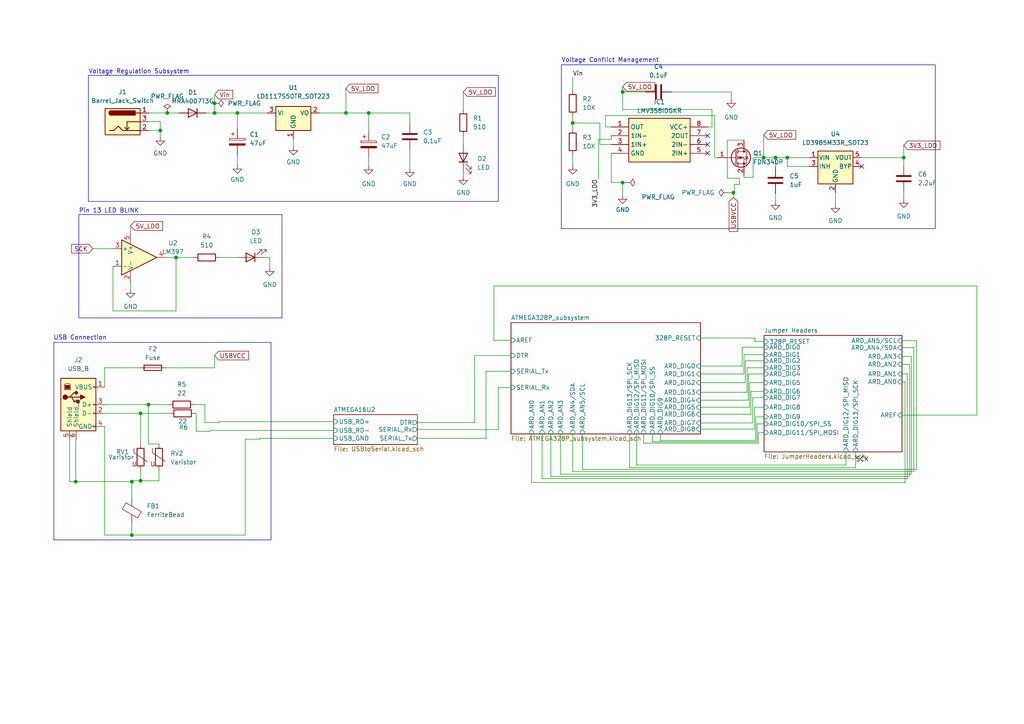
<source format=kicad_sch>
(kicad_sch (version 20230121) (generator eeschema)

  (uuid 2d2c4b66-3402-4513-a62c-f974078726d5)

  (paper "A4")

  (title_block
    (title "Arduino Uno KiCAD Practice")
    (date "2024-03-10")
    (rev "by Hang Sun")
  )

  (lib_symbols
    (symbol "Comparator:LM397" (pin_names (offset 0.127)) (in_bom yes) (on_board yes)
      (property "Reference" "U" (at 1.27 5.08 0)
        (effects (font (size 1.27 1.27)))
      )
      (property "Value" "LM397" (at 3.81 -5.08 0)
        (effects (font (size 1.27 1.27)))
      )
      (property "Footprint" "Package_TO_SOT_SMD:SOT-23-5" (at 1.27 -15.24 0)
        (effects (font (size 1.27 1.27)) hide)
      )
      (property "Datasheet" "http://www.ti.com/lit/ds/symlink/lm397.pdf" (at 0 5.08 0)
        (effects (font (size 1.27 1.27)) hide)
      )
      (property "ki_keywords" "single comparator" (at 0 0 0)
        (effects (font (size 1.27 1.27)) hide)
      )
      (property "ki_description" "Single General-Purpose Voltage Comparator with Open-Collector Output, SOT-23-5" (at 0 0 0)
        (effects (font (size 1.27 1.27)) hide)
      )
      (property "ki_fp_filters" "SOT?23*" (at 0 0 0)
        (effects (font (size 1.27 1.27)) hide)
      )
      (symbol "LM397_0_1"
        (polyline
          (pts
            (xy -5.08 5.08)
            (xy 5.08 0)
            (xy -5.08 -5.08)
            (xy -5.08 5.08)
          )
          (stroke (width 0.254) (type default))
          (fill (type background))
        )
      )
      (symbol "LM397_1_1"
        (pin input line (at -7.62 -2.54 0) (length 2.54)
          (name "-" (effects (font (size 1.27 1.27))))
          (number "1" (effects (font (size 1.27 1.27))))
        )
        (pin power_in line (at -2.54 -7.62 90) (length 3.81)
          (name "V-" (effects (font (size 1.27 1.27))))
          (number "2" (effects (font (size 1.27 1.27))))
        )
        (pin input line (at -7.62 2.54 0) (length 2.54)
          (name "+" (effects (font (size 1.27 1.27))))
          (number "3" (effects (font (size 1.27 1.27))))
        )
        (pin open_collector line (at 7.62 0 180) (length 2.54)
          (name "~" (effects (font (size 1.27 1.27))))
          (number "4" (effects (font (size 1.27 1.27))))
        )
        (pin power_in line (at -2.54 7.62 270) (length 3.81)
          (name "V+" (effects (font (size 1.27 1.27))))
          (number "5" (effects (font (size 1.27 1.27))))
        )
      )
    )
    (symbol "Connector:Barrel_Jack_Switch" (pin_names hide) (in_bom yes) (on_board yes)
      (property "Reference" "J" (at 0 5.334 0)
        (effects (font (size 1.27 1.27)))
      )
      (property "Value" "Barrel_Jack_Switch" (at 0 -5.08 0)
        (effects (font (size 1.27 1.27)))
      )
      (property "Footprint" "" (at 1.27 -1.016 0)
        (effects (font (size 1.27 1.27)) hide)
      )
      (property "Datasheet" "~" (at 1.27 -1.016 0)
        (effects (font (size 1.27 1.27)) hide)
      )
      (property "ki_keywords" "DC power barrel jack connector" (at 0 0 0)
        (effects (font (size 1.27 1.27)) hide)
      )
      (property "ki_description" "DC Barrel Jack with an internal switch" (at 0 0 0)
        (effects (font (size 1.27 1.27)) hide)
      )
      (property "ki_fp_filters" "BarrelJack*" (at 0 0 0)
        (effects (font (size 1.27 1.27)) hide)
      )
      (symbol "Barrel_Jack_Switch_0_1"
        (rectangle (start -5.08 3.81) (end 5.08 -3.81)
          (stroke (width 0.254) (type default))
          (fill (type background))
        )
        (arc (start -3.302 3.175) (mid -3.9343 2.54) (end -3.302 1.905)
          (stroke (width 0.254) (type default))
          (fill (type none))
        )
        (arc (start -3.302 3.175) (mid -3.9343 2.54) (end -3.302 1.905)
          (stroke (width 0.254) (type default))
          (fill (type outline))
        )
        (polyline
          (pts
            (xy 1.27 -2.286)
            (xy 1.905 -1.651)
          )
          (stroke (width 0.254) (type default))
          (fill (type none))
        )
        (polyline
          (pts
            (xy 5.08 2.54)
            (xy 3.81 2.54)
          )
          (stroke (width 0.254) (type default))
          (fill (type none))
        )
        (polyline
          (pts
            (xy 5.08 0)
            (xy 1.27 0)
            (xy 1.27 -2.286)
            (xy 0.635 -1.651)
          )
          (stroke (width 0.254) (type default))
          (fill (type none))
        )
        (polyline
          (pts
            (xy -3.81 -2.54)
            (xy -2.54 -2.54)
            (xy -1.27 -1.27)
            (xy 0 -2.54)
            (xy 2.54 -2.54)
            (xy 5.08 -2.54)
          )
          (stroke (width 0.254) (type default))
          (fill (type none))
        )
        (rectangle (start 3.683 3.175) (end -3.302 1.905)
          (stroke (width 0.254) (type default))
          (fill (type outline))
        )
      )
      (symbol "Barrel_Jack_Switch_1_1"
        (pin passive line (at 7.62 2.54 180) (length 2.54)
          (name "~" (effects (font (size 1.27 1.27))))
          (number "1" (effects (font (size 1.27 1.27))))
        )
        (pin passive line (at 7.62 -2.54 180) (length 2.54)
          (name "~" (effects (font (size 1.27 1.27))))
          (number "2" (effects (font (size 1.27 1.27))))
        )
        (pin passive line (at 7.62 0 180) (length 2.54)
          (name "~" (effects (font (size 1.27 1.27))))
          (number "3" (effects (font (size 1.27 1.27))))
        )
      )
    )
    (symbol "Connector:USB_B" (pin_names (offset 1.016)) (in_bom yes) (on_board yes)
      (property "Reference" "J2" (at 0 12.954 0)
        (effects (font (size 1.27 1.27)))
      )
      (property "Value" "USB_B" (at 0 10.414 0)
        (effects (font (size 1.27 1.27)))
      )
      (property "Footprint" "" (at 3.81 -1.27 0)
        (effects (font (size 1.27 1.27)) hide)
      )
      (property "Datasheet" " ~" (at 3.81 -1.27 0)
        (effects (font (size 1.27 1.27)) hide)
      )
      (property "ki_keywords" "connector USB" (at 0 0 0)
        (effects (font (size 1.27 1.27)) hide)
      )
      (property "ki_description" "USB Type B connector" (at 0 0 0)
        (effects (font (size 1.27 1.27)) hide)
      )
      (property "ki_fp_filters" "USB*" (at 0 0 0)
        (effects (font (size 1.27 1.27)) hide)
      )
      (symbol "USB_B_0_1"
        (rectangle (start -5.08 7.62) (end 5.08 -7.62)
          (stroke (width 0.254) (type default))
          (fill (type background))
        )
        (circle (center -3.81 2.159) (radius 0.635)
          (stroke (width 0.254) (type default))
          (fill (type outline))
        )
        (rectangle (start -3.81 5.588) (end -2.54 4.572)
          (stroke (width 0) (type default))
          (fill (type outline))
        )
        (circle (center -0.635 3.429) (radius 0.381)
          (stroke (width 0.254) (type default))
          (fill (type outline))
        )
        (polyline
          (pts
            (xy -1.905 2.159)
            (xy 0.635 2.159)
          )
          (stroke (width 0.254) (type default))
          (fill (type none))
        )
        (polyline
          (pts
            (xy -3.175 2.159)
            (xy -2.54 2.159)
            (xy -1.27 3.429)
            (xy -0.635 3.429)
          )
          (stroke (width 0.254) (type default))
          (fill (type none))
        )
        (polyline
          (pts
            (xy -2.54 2.159)
            (xy -1.905 2.159)
            (xy -1.27 0.889)
            (xy 0 0.889)
          )
          (stroke (width 0.254) (type default))
          (fill (type none))
        )
        (polyline
          (pts
            (xy 0.635 2.794)
            (xy 0.635 1.524)
            (xy 1.905 2.159)
            (xy 0.635 2.794)
          )
          (stroke (width 0.254) (type default))
          (fill (type outline))
        )
        (polyline
          (pts
            (xy -4.064 4.318)
            (xy -2.286 4.318)
            (xy -2.286 5.715)
            (xy -2.667 6.096)
            (xy -3.683 6.096)
            (xy -4.064 5.715)
            (xy -4.064 4.318)
          )
          (stroke (width 0) (type default))
          (fill (type none))
        )
        (rectangle (start 0.254 1.27) (end -0.508 0.508)
          (stroke (width 0.254) (type default))
          (fill (type outline))
        )
        (rectangle (start 4.191 -6.223) (end 4.953 -6.477)
          (stroke (width 0) (type default))
          (fill (type none))
        )
        (rectangle (start 5.08 -2.667) (end 4.318 -2.413)
          (stroke (width 0) (type default))
          (fill (type none))
        )
        (rectangle (start 5.08 -0.127) (end 4.318 0.127)
          (stroke (width 0) (type default))
          (fill (type none))
        )
        (rectangle (start 5.08 4.953) (end 4.318 5.207)
          (stroke (width 0) (type default))
          (fill (type none))
        )
      )
      (symbol "USB_B_1_1"
        (pin power_out line (at 7.62 5.08 180) (length 2.54)
          (name "VBUS" (effects (font (size 1.27 1.27))))
          (number "1" (effects (font (size 1.27 1.27))))
        )
        (pin bidirectional line (at 7.62 -2.54 180) (length 2.54)
          (name "D-" (effects (font (size 1.27 1.27))))
          (number "2" (effects (font (size 1.27 1.27))))
        )
        (pin bidirectional line (at 7.62 0 180) (length 2.54)
          (name "D+" (effects (font (size 1.27 1.27))))
          (number "3" (effects (font (size 1.27 1.27))))
        )
        (pin power_out line (at 7.62 -6.35 180) (length 2.54)
          (name "GND" (effects (font (size 1.27 1.27))))
          (number "4" (effects (font (size 1.27 1.27))))
        )
        (pin passive line (at -2.54 -10.16 90) (length 2.54)
          (name "Shield" (effects (font (size 1.27 1.27))))
          (number "5" (effects (font (size 1.27 1.27))))
        )
        (pin passive line (at -0.635 -10.16 90) (length 2.54)
          (name "Shield_2" (effects (font (size 1.27 1.27))))
          (number "6" (effects (font (size 1.27 1.27))))
        )
      )
    )
    (symbol "Device:C" (pin_numbers hide) (pin_names (offset 0.254)) (in_bom yes) (on_board yes)
      (property "Reference" "C" (at 0.635 2.54 0)
        (effects (font (size 1.27 1.27)) (justify left))
      )
      (property "Value" "C" (at 0.635 -2.54 0)
        (effects (font (size 1.27 1.27)) (justify left))
      )
      (property "Footprint" "" (at 0.9652 -3.81 0)
        (effects (font (size 1.27 1.27)) hide)
      )
      (property "Datasheet" "~" (at 0 0 0)
        (effects (font (size 1.27 1.27)) hide)
      )
      (property "ki_keywords" "cap capacitor" (at 0 0 0)
        (effects (font (size 1.27 1.27)) hide)
      )
      (property "ki_description" "Unpolarized capacitor" (at 0 0 0)
        (effects (font (size 1.27 1.27)) hide)
      )
      (property "ki_fp_filters" "C_*" (at 0 0 0)
        (effects (font (size 1.27 1.27)) hide)
      )
      (symbol "C_0_1"
        (polyline
          (pts
            (xy -2.032 -0.762)
            (xy 2.032 -0.762)
          )
          (stroke (width 0.508) (type default))
          (fill (type none))
        )
        (polyline
          (pts
            (xy -2.032 0.762)
            (xy 2.032 0.762)
          )
          (stroke (width 0.508) (type default))
          (fill (type none))
        )
      )
      (symbol "C_1_1"
        (pin passive line (at 0 3.81 270) (length 2.794)
          (name "~" (effects (font (size 1.27 1.27))))
          (number "1" (effects (font (size 1.27 1.27))))
        )
        (pin passive line (at 0 -3.81 90) (length 2.794)
          (name "~" (effects (font (size 1.27 1.27))))
          (number "2" (effects (font (size 1.27 1.27))))
        )
      )
    )
    (symbol "Device:C_Polarized" (pin_numbers hide) (pin_names (offset 0.254)) (in_bom yes) (on_board yes)
      (property "Reference" "C" (at 0.635 2.54 0)
        (effects (font (size 1.27 1.27)) (justify left))
      )
      (property "Value" "C_Polarized" (at 0.635 -2.54 0)
        (effects (font (size 1.27 1.27)) (justify left))
      )
      (property "Footprint" "" (at 0.9652 -3.81 0)
        (effects (font (size 1.27 1.27)) hide)
      )
      (property "Datasheet" "~" (at 0 0 0)
        (effects (font (size 1.27 1.27)) hide)
      )
      (property "ki_keywords" "cap capacitor" (at 0 0 0)
        (effects (font (size 1.27 1.27)) hide)
      )
      (property "ki_description" "Polarized capacitor" (at 0 0 0)
        (effects (font (size 1.27 1.27)) hide)
      )
      (property "ki_fp_filters" "CP_*" (at 0 0 0)
        (effects (font (size 1.27 1.27)) hide)
      )
      (symbol "C_Polarized_0_1"
        (rectangle (start -2.286 0.508) (end 2.286 1.016)
          (stroke (width 0) (type default))
          (fill (type none))
        )
        (polyline
          (pts
            (xy -1.778 2.286)
            (xy -0.762 2.286)
          )
          (stroke (width 0) (type default))
          (fill (type none))
        )
        (polyline
          (pts
            (xy -1.27 2.794)
            (xy -1.27 1.778)
          )
          (stroke (width 0) (type default))
          (fill (type none))
        )
        (rectangle (start 2.286 -0.508) (end -2.286 -1.016)
          (stroke (width 0) (type default))
          (fill (type outline))
        )
      )
      (symbol "C_Polarized_1_1"
        (pin passive line (at 0 3.81 270) (length 2.794)
          (name "~" (effects (font (size 1.27 1.27))))
          (number "1" (effects (font (size 1.27 1.27))))
        )
        (pin passive line (at 0 -3.81 90) (length 2.794)
          (name "~" (effects (font (size 1.27 1.27))))
          (number "2" (effects (font (size 1.27 1.27))))
        )
      )
    )
    (symbol "Device:FerriteBead" (pin_numbers hide) (pin_names (offset 0)) (in_bom yes) (on_board yes)
      (property "Reference" "FB" (at -3.81 0.635 90)
        (effects (font (size 1.27 1.27)))
      )
      (property "Value" "FerriteBead" (at 3.81 0 90)
        (effects (font (size 1.27 1.27)))
      )
      (property "Footprint" "" (at -1.778 0 90)
        (effects (font (size 1.27 1.27)) hide)
      )
      (property "Datasheet" "~" (at 0 0 0)
        (effects (font (size 1.27 1.27)) hide)
      )
      (property "ki_keywords" "L ferrite bead inductor filter" (at 0 0 0)
        (effects (font (size 1.27 1.27)) hide)
      )
      (property "ki_description" "Ferrite bead" (at 0 0 0)
        (effects (font (size 1.27 1.27)) hide)
      )
      (property "ki_fp_filters" "Inductor_* L_* *Ferrite*" (at 0 0 0)
        (effects (font (size 1.27 1.27)) hide)
      )
      (symbol "FerriteBead_0_1"
        (polyline
          (pts
            (xy 0 -1.27)
            (xy 0 -1.2192)
          )
          (stroke (width 0) (type default))
          (fill (type none))
        )
        (polyline
          (pts
            (xy 0 1.27)
            (xy 0 1.2954)
          )
          (stroke (width 0) (type default))
          (fill (type none))
        )
        (polyline
          (pts
            (xy -2.7686 0.4064)
            (xy -1.7018 2.2606)
            (xy 2.7686 -0.3048)
            (xy 1.6764 -2.159)
            (xy -2.7686 0.4064)
          )
          (stroke (width 0) (type default))
          (fill (type none))
        )
      )
      (symbol "FerriteBead_1_1"
        (pin passive line (at 0 3.81 270) (length 2.54)
          (name "~" (effects (font (size 1.27 1.27))))
          (number "1" (effects (font (size 1.27 1.27))))
        )
        (pin passive line (at 0 -3.81 90) (length 2.54)
          (name "~" (effects (font (size 1.27 1.27))))
          (number "2" (effects (font (size 1.27 1.27))))
        )
      )
    )
    (symbol "Device:Fuse" (pin_numbers hide) (pin_names (offset 0)) (in_bom yes) (on_board yes)
      (property "Reference" "F" (at 2.032 0 90)
        (effects (font (size 1.27 1.27)))
      )
      (property "Value" "Fuse" (at -1.905 0 90)
        (effects (font (size 1.27 1.27)))
      )
      (property "Footprint" "" (at -1.778 0 90)
        (effects (font (size 1.27 1.27)) hide)
      )
      (property "Datasheet" "~" (at 0 0 0)
        (effects (font (size 1.27 1.27)) hide)
      )
      (property "ki_keywords" "fuse" (at 0 0 0)
        (effects (font (size 1.27 1.27)) hide)
      )
      (property "ki_description" "Fuse" (at 0 0 0)
        (effects (font (size 1.27 1.27)) hide)
      )
      (property "ki_fp_filters" "*Fuse*" (at 0 0 0)
        (effects (font (size 1.27 1.27)) hide)
      )
      (symbol "Fuse_0_1"
        (rectangle (start -0.762 -2.54) (end 0.762 2.54)
          (stroke (width 0.254) (type default))
          (fill (type none))
        )
        (polyline
          (pts
            (xy 0 2.54)
            (xy 0 -2.54)
          )
          (stroke (width 0) (type default))
          (fill (type none))
        )
      )
      (symbol "Fuse_1_1"
        (pin passive line (at 0 3.81 270) (length 1.27)
          (name "~" (effects (font (size 1.27 1.27))))
          (number "1" (effects (font (size 1.27 1.27))))
        )
        (pin passive line (at 0 -3.81 90) (length 1.27)
          (name "~" (effects (font (size 1.27 1.27))))
          (number "2" (effects (font (size 1.27 1.27))))
        )
      )
    )
    (symbol "Device:LED" (pin_numbers hide) (pin_names (offset 1.016) hide) (in_bom yes) (on_board yes)
      (property "Reference" "D" (at 0 2.54 0)
        (effects (font (size 1.27 1.27)))
      )
      (property "Value" "LED" (at 0 -2.54 0)
        (effects (font (size 1.27 1.27)))
      )
      (property "Footprint" "" (at 0 0 0)
        (effects (font (size 1.27 1.27)) hide)
      )
      (property "Datasheet" "~" (at 0 0 0)
        (effects (font (size 1.27 1.27)) hide)
      )
      (property "ki_keywords" "LED diode" (at 0 0 0)
        (effects (font (size 1.27 1.27)) hide)
      )
      (property "ki_description" "Light emitting diode" (at 0 0 0)
        (effects (font (size 1.27 1.27)) hide)
      )
      (property "ki_fp_filters" "LED* LED_SMD:* LED_THT:*" (at 0 0 0)
        (effects (font (size 1.27 1.27)) hide)
      )
      (symbol "LED_0_1"
        (polyline
          (pts
            (xy -1.27 -1.27)
            (xy -1.27 1.27)
          )
          (stroke (width 0.254) (type default))
          (fill (type none))
        )
        (polyline
          (pts
            (xy -1.27 0)
            (xy 1.27 0)
          )
          (stroke (width 0) (type default))
          (fill (type none))
        )
        (polyline
          (pts
            (xy 1.27 -1.27)
            (xy 1.27 1.27)
            (xy -1.27 0)
            (xy 1.27 -1.27)
          )
          (stroke (width 0.254) (type default))
          (fill (type none))
        )
        (polyline
          (pts
            (xy -3.048 -0.762)
            (xy -4.572 -2.286)
            (xy -3.81 -2.286)
            (xy -4.572 -2.286)
            (xy -4.572 -1.524)
          )
          (stroke (width 0) (type default))
          (fill (type none))
        )
        (polyline
          (pts
            (xy -1.778 -0.762)
            (xy -3.302 -2.286)
            (xy -2.54 -2.286)
            (xy -3.302 -2.286)
            (xy -3.302 -1.524)
          )
          (stroke (width 0) (type default))
          (fill (type none))
        )
      )
      (symbol "LED_1_1"
        (pin passive line (at -3.81 0 0) (length 2.54)
          (name "K" (effects (font (size 1.27 1.27))))
          (number "1" (effects (font (size 1.27 1.27))))
        )
        (pin passive line (at 3.81 0 180) (length 2.54)
          (name "A" (effects (font (size 1.27 1.27))))
          (number "2" (effects (font (size 1.27 1.27))))
        )
      )
    )
    (symbol "Device:R" (pin_numbers hide) (pin_names (offset 0)) (in_bom yes) (on_board yes)
      (property "Reference" "R" (at 2.032 0 90)
        (effects (font (size 1.27 1.27)))
      )
      (property "Value" "R" (at 0 0 90)
        (effects (font (size 1.27 1.27)))
      )
      (property "Footprint" "" (at -1.778 0 90)
        (effects (font (size 1.27 1.27)) hide)
      )
      (property "Datasheet" "~" (at 0 0 0)
        (effects (font (size 1.27 1.27)) hide)
      )
      (property "ki_keywords" "R res resistor" (at 0 0 0)
        (effects (font (size 1.27 1.27)) hide)
      )
      (property "ki_description" "Resistor" (at 0 0 0)
        (effects (font (size 1.27 1.27)) hide)
      )
      (property "ki_fp_filters" "R_*" (at 0 0 0)
        (effects (font (size 1.27 1.27)) hide)
      )
      (symbol "R_0_1"
        (rectangle (start -1.016 -2.54) (end 1.016 2.54)
          (stroke (width 0.254) (type default))
          (fill (type none))
        )
      )
      (symbol "R_1_1"
        (pin passive line (at 0 3.81 270) (length 1.27)
          (name "~" (effects (font (size 1.27 1.27))))
          (number "1" (effects (font (size 1.27 1.27))))
        )
        (pin passive line (at 0 -3.81 90) (length 1.27)
          (name "~" (effects (font (size 1.27 1.27))))
          (number "2" (effects (font (size 1.27 1.27))))
        )
      )
    )
    (symbol "Device:Varistor" (pin_numbers hide) (pin_names (offset 0)) (in_bom yes) (on_board yes)
      (property "Reference" "RV" (at 3.175 0 90)
        (effects (font (size 1.27 1.27)))
      )
      (property "Value" "Varistor" (at -3.175 0 90)
        (effects (font (size 1.27 1.27)))
      )
      (property "Footprint" "" (at -1.778 0 90)
        (effects (font (size 1.27 1.27)) hide)
      )
      (property "Datasheet" "~" (at 0 0 0)
        (effects (font (size 1.27 1.27)) hide)
      )
      (property "Sim.Name" "kicad_builtin_varistor" (at 0 0 0)
        (effects (font (size 1.27 1.27)) hide)
      )
      (property "Sim.Device" "SUBCKT" (at 0 0 0)
        (effects (font (size 1.27 1.27)) hide)
      )
      (property "Sim.Pins" "1=A 2=B" (at 0 0 0)
        (effects (font (size 1.27 1.27)) hide)
      )
      (property "Sim.Params" "threshold=1k" (at 0 0 0)
        (effects (font (size 1.27 1.27)) hide)
      )
      (property "Sim.Library" "${KICAD7_SYMBOL_DIR}/Simulation_SPICE.sp" (at 0 0 0)
        (effects (font (size 1.27 1.27)) hide)
      )
      (property "ki_keywords" "VDR resistance" (at 0 0 0)
        (effects (font (size 1.27 1.27)) hide)
      )
      (property "ki_description" "Voltage dependent resistor" (at 0 0 0)
        (effects (font (size 1.27 1.27)) hide)
      )
      (property "ki_fp_filters" "RV_* Varistor*" (at 0 0 0)
        (effects (font (size 1.27 1.27)) hide)
      )
      (symbol "Varistor_0_0"
        (text "U" (at -1.778 -2.032 0)
          (effects (font (size 1.27 1.27)))
        )
      )
      (symbol "Varistor_0_1"
        (rectangle (start -1.016 -2.54) (end 1.016 2.54)
          (stroke (width 0.254) (type default))
          (fill (type none))
        )
        (polyline
          (pts
            (xy -1.905 2.54)
            (xy -1.905 1.27)
            (xy 1.905 -1.27)
          )
          (stroke (width 0) (type default))
          (fill (type none))
        )
      )
      (symbol "Varistor_1_1"
        (pin passive line (at 0 3.81 270) (length 1.27)
          (name "~" (effects (font (size 1.27 1.27))))
          (number "1" (effects (font (size 1.27 1.27))))
        )
        (pin passive line (at 0 -3.81 90) (length 1.27)
          (name "~" (effects (font (size 1.27 1.27))))
          (number "2" (effects (font (size 1.27 1.27))))
        )
      )
    )
    (symbol "Diode:MRA4007T3G" (pin_numbers hide) (pin_names hide) (in_bom yes) (on_board yes)
      (property "Reference" "D" (at 0 2.54 0)
        (effects (font (size 1.27 1.27)))
      )
      (property "Value" "MRA4007T3G" (at 0 -2.54 0)
        (effects (font (size 1.27 1.27)))
      )
      (property "Footprint" "Diode_SMD:D_SMA" (at 0 -4.445 0)
        (effects (font (size 1.27 1.27)) hide)
      )
      (property "Datasheet" "http://www.onsemi.com/pub_link/Collateral/MRA4003T3-D.PDF" (at 0 0 0)
        (effects (font (size 1.27 1.27)) hide)
      )
      (property "Sim.Device" "D" (at 0 0 0)
        (effects (font (size 1.27 1.27)) hide)
      )
      (property "Sim.Pins" "1=K 2=A" (at 0 0 0)
        (effects (font (size 1.27 1.27)) hide)
      )
      (property "ki_keywords" "diode" (at 0 0 0)
        (effects (font (size 1.27 1.27)) hide)
      )
      (property "ki_description" "1000V, 1A, General Purpose Rectifier Diode, SMA(DO-214AC)" (at 0 0 0)
        (effects (font (size 1.27 1.27)) hide)
      )
      (property "ki_fp_filters" "D*SMA*" (at 0 0 0)
        (effects (font (size 1.27 1.27)) hide)
      )
      (symbol "MRA4007T3G_0_1"
        (polyline
          (pts
            (xy -1.27 1.27)
            (xy -1.27 -1.27)
          )
          (stroke (width 0.254) (type default))
          (fill (type none))
        )
        (polyline
          (pts
            (xy 1.27 0)
            (xy -1.27 0)
          )
          (stroke (width 0) (type default))
          (fill (type none))
        )
        (polyline
          (pts
            (xy 1.27 1.27)
            (xy 1.27 -1.27)
            (xy -1.27 0)
            (xy 1.27 1.27)
          )
          (stroke (width 0.254) (type default))
          (fill (type none))
        )
      )
      (symbol "MRA4007T3G_1_1"
        (pin passive line (at -3.81 0 0) (length 2.54)
          (name "K" (effects (font (size 1.27 1.27))))
          (number "1" (effects (font (size 1.27 1.27))))
        )
        (pin passive line (at 3.81 0 180) (length 2.54)
          (name "A" (effects (font (size 1.27 1.27))))
          (number "2" (effects (font (size 1.27 1.27))))
        )
      )
    )
    (symbol "LMV358IDGKR:LMV358IDGKR" (in_bom yes) (on_board yes)
      (property "Reference" "IC" (at 24.13 7.62 0)
        (effects (font (size 1.27 1.27)) (justify left top))
      )
      (property "Value" "LMV358IDGKR" (at 24.13 5.08 0)
        (effects (font (size 1.27 1.27)) (justify left top))
      )
      (property "Footprint" "SOP65P490X110-8N" (at 24.13 -94.92 0)
        (effects (font (size 1.27 1.27)) (justify left top) hide)
      )
      (property "Datasheet" "http://www.ti.com/lit/ds/symlink/lmv358.pdf" (at 24.13 -194.92 0)
        (effects (font (size 1.27 1.27)) (justify left top) hide)
      )
      (property "Height" "1.1" (at 24.13 -394.92 0)
        (effects (font (size 1.27 1.27)) (justify left top) hide)
      )
      (property "Manufacturer_Name" "Texas Instruments" (at 24.13 -494.92 0)
        (effects (font (size 1.27 1.27)) (justify left top) hide)
      )
      (property "Manufacturer_Part_Number" "LMV358IDGKR" (at 24.13 -594.92 0)
        (effects (font (size 1.27 1.27)) (justify left top) hide)
      )
      (property "Mouser Part Number" "595-LMV358IDGKR" (at 24.13 -694.92 0)
        (effects (font (size 1.27 1.27)) (justify left top) hide)
      )
      (property "Mouser Price/Stock" "https://www.mouser.co.uk/ProductDetail/Texas-Instruments/LMV358IDGKR?qs=rgxfVHSNRPXxzk3brtXqQw%3D%3D" (at 24.13 -794.92 0)
        (effects (font (size 1.27 1.27)) (justify left top) hide)
      )
      (property "Arrow Part Number" "LMV358IDGKR" (at 24.13 -894.92 0)
        (effects (font (size 1.27 1.27)) (justify left top) hide)
      )
      (property "Arrow Price/Stock" "https://www.arrow.com/en/products/lmv358idgkr/texas-instruments?region=nac" (at 24.13 -994.92 0)
        (effects (font (size 1.27 1.27)) (justify left top) hide)
      )
      (property "ki_description" "OP Amp Dual GP R-R O/P 5.5V 8-Pin MSOP Texas Instruments LMV358IDGKR, Dual Op Amp, 1MHz CMOS, Rail to Rail, 3 V, 5 V, 8-Pin MSOP" (at 0 0 0)
        (effects (font (size 1.27 1.27)) hide)
      )
      (symbol "LMV358IDGKR_1_1"
        (rectangle (start 5.08 2.54) (end 22.86 -10.16)
          (stroke (width 0.254) (type default))
          (fill (type background))
        )
        (pin passive line (at 0 0 0) (length 5.08)
          (name "OUT" (effects (font (size 1.27 1.27))))
          (number "1" (effects (font (size 1.27 1.27))))
        )
        (pin passive line (at 0 -2.54 0) (length 5.08)
          (name "1IN-" (effects (font (size 1.27 1.27))))
          (number "2" (effects (font (size 1.27 1.27))))
        )
        (pin passive line (at 0 -5.08 0) (length 5.08)
          (name "1IN+" (effects (font (size 1.27 1.27))))
          (number "3" (effects (font (size 1.27 1.27))))
        )
        (pin passive line (at 0 -7.62 0) (length 5.08)
          (name "GND" (effects (font (size 1.27 1.27))))
          (number "4" (effects (font (size 1.27 1.27))))
        )
        (pin passive line (at 27.94 -7.62 180) (length 5.08)
          (name "2IN+" (effects (font (size 1.27 1.27))))
          (number "5" (effects (font (size 1.27 1.27))))
        )
        (pin passive line (at 27.94 -5.08 180) (length 5.08)
          (name "2IN-" (effects (font (size 1.27 1.27))))
          (number "6" (effects (font (size 1.27 1.27))))
        )
        (pin passive line (at 27.94 -2.54 180) (length 5.08)
          (name "2OUT" (effects (font (size 1.27 1.27))))
          (number "7" (effects (font (size 1.27 1.27))))
        )
        (pin passive line (at 27.94 0 180) (length 5.08)
          (name "VCC+" (effects (font (size 1.27 1.27))))
          (number "8" (effects (font (size 1.27 1.27))))
        )
      )
    )
    (symbol "Regulator_Linear:LD1117S50TR_SOT223" (in_bom yes) (on_board yes)
      (property "Reference" "U" (at -3.81 3.175 0)
        (effects (font (size 1.27 1.27)))
      )
      (property "Value" "LD1117S50TR_SOT223" (at 0 3.175 0)
        (effects (font (size 1.27 1.27)) (justify left))
      )
      (property "Footprint" "Package_TO_SOT_SMD:SOT-223-3_TabPin2" (at 0 5.08 0)
        (effects (font (size 1.27 1.27)) hide)
      )
      (property "Datasheet" "http://www.st.com/st-web-ui/static/active/en/resource/technical/document/datasheet/CD00000544.pdf" (at 2.54 -6.35 0)
        (effects (font (size 1.27 1.27)) hide)
      )
      (property "ki_keywords" "REGULATOR LDO 5.0V" (at 0 0 0)
        (effects (font (size 1.27 1.27)) hide)
      )
      (property "ki_description" "800mA Fixed Low Drop Positive Voltage Regulator, Fixed Output 5.0V, SOT-223" (at 0 0 0)
        (effects (font (size 1.27 1.27)) hide)
      )
      (property "ki_fp_filters" "SOT?223*TabPin2*" (at 0 0 0)
        (effects (font (size 1.27 1.27)) hide)
      )
      (symbol "LD1117S50TR_SOT223_0_1"
        (rectangle (start -5.08 -5.08) (end 5.08 1.905)
          (stroke (width 0.254) (type default))
          (fill (type background))
        )
      )
      (symbol "LD1117S50TR_SOT223_1_1"
        (pin power_in line (at 0 -7.62 90) (length 2.54)
          (name "GND" (effects (font (size 1.27 1.27))))
          (number "1" (effects (font (size 1.27 1.27))))
        )
        (pin power_out line (at 7.62 0 180) (length 2.54)
          (name "VO" (effects (font (size 1.27 1.27))))
          (number "2" (effects (font (size 1.27 1.27))))
        )
        (pin power_in line (at -7.62 0 0) (length 2.54)
          (name "VI" (effects (font (size 1.27 1.27))))
          (number "3" (effects (font (size 1.27 1.27))))
        )
      )
    )
    (symbol "Regulator_Linear:LD3985M33R_SOT23" (pin_names (offset 0.254)) (in_bom yes) (on_board yes)
      (property "Reference" "U" (at -3.81 5.715 0)
        (effects (font (size 1.27 1.27)))
      )
      (property "Value" "LD3985M33R_SOT23" (at 0 5.715 0)
        (effects (font (size 1.27 1.27)) (justify left))
      )
      (property "Footprint" "Package_TO_SOT_SMD:SOT-23-5" (at 0 8.255 0)
        (effects (font (size 1.27 1.27) italic) hide)
      )
      (property "Datasheet" "http://www.st.com/internet/com/TECHNICAL_RESOURCES/TECHNICAL_LITERATURE/DATASHEET/CD00003395.pdf" (at 0 0 0)
        (effects (font (size 1.27 1.27)) hide)
      )
      (property "ki_keywords" "150mA LDO Regulator Fixed Positive" (at 0 0 0)
        (effects (font (size 1.27 1.27)) hide)
      )
      (property "ki_description" "150mA Low Dropout Voltage Regulator, Fixed Output 3.3V, SOT-23-5" (at 0 0 0)
        (effects (font (size 1.27 1.27)) hide)
      )
      (property "ki_fp_filters" "SOT?23*" (at 0 0 0)
        (effects (font (size 1.27 1.27)) hide)
      )
      (symbol "LD3985M33R_SOT23_0_1"
        (rectangle (start -5.08 4.445) (end 5.08 -5.08)
          (stroke (width 0.254) (type default))
          (fill (type background))
        )
      )
      (symbol "LD3985M33R_SOT23_1_1"
        (pin power_in line (at -7.62 2.54 0) (length 2.54)
          (name "VIN" (effects (font (size 1.27 1.27))))
          (number "1" (effects (font (size 1.27 1.27))))
        )
        (pin power_in line (at 0 -7.62 90) (length 2.54)
          (name "GND" (effects (font (size 1.27 1.27))))
          (number "2" (effects (font (size 1.27 1.27))))
        )
        (pin input line (at -7.62 0 0) (length 2.54)
          (name "INH" (effects (font (size 1.27 1.27))))
          (number "3" (effects (font (size 1.27 1.27))))
        )
        (pin input line (at 7.62 0 180) (length 2.54)
          (name "BYP" (effects (font (size 1.27 1.27))))
          (number "4" (effects (font (size 1.27 1.27))))
        )
        (pin power_out line (at 7.62 2.54 180) (length 2.54)
          (name "VOUT" (effects (font (size 1.27 1.27))))
          (number "5" (effects (font (size 1.27 1.27))))
        )
      )
    )
    (symbol "Transistor_FET:FDN340P" (pin_names hide) (in_bom yes) (on_board yes)
      (property "Reference" "Q" (at 5.08 1.905 0)
        (effects (font (size 1.27 1.27)) (justify left))
      )
      (property "Value" "FDN340P" (at 5.08 0 0)
        (effects (font (size 1.27 1.27)) (justify left))
      )
      (property "Footprint" "Package_TO_SOT_SMD:SOT-23" (at 5.08 -1.905 0)
        (effects (font (size 1.27 1.27) italic) (justify left) hide)
      )
      (property "Datasheet" "https://www.onsemi.com/pub/Collateral/FDN340P-D.PDF" (at 0 0 0)
        (effects (font (size 1.27 1.27)) (justify left) hide)
      )
      (property "ki_keywords" "P-Channel MOSFET" (at 0 0 0)
        (effects (font (size 1.27 1.27)) hide)
      )
      (property "ki_description" "2A Id, 20V Vds, P-Channel MOSFET, 70mOhm Ron, SOT-23" (at 0 0 0)
        (effects (font (size 1.27 1.27)) hide)
      )
      (property "ki_fp_filters" "SOT?23*" (at 0 0 0)
        (effects (font (size 1.27 1.27)) hide)
      )
      (symbol "FDN340P_0_1"
        (polyline
          (pts
            (xy 0.254 0)
            (xy -2.54 0)
          )
          (stroke (width 0) (type default))
          (fill (type none))
        )
        (polyline
          (pts
            (xy 0.254 1.905)
            (xy 0.254 -1.905)
          )
          (stroke (width 0.254) (type default))
          (fill (type none))
        )
        (polyline
          (pts
            (xy 0.762 -1.27)
            (xy 0.762 -2.286)
          )
          (stroke (width 0.254) (type default))
          (fill (type none))
        )
        (polyline
          (pts
            (xy 0.762 0.508)
            (xy 0.762 -0.508)
          )
          (stroke (width 0.254) (type default))
          (fill (type none))
        )
        (polyline
          (pts
            (xy 0.762 2.286)
            (xy 0.762 1.27)
          )
          (stroke (width 0.254) (type default))
          (fill (type none))
        )
        (polyline
          (pts
            (xy 2.54 2.54)
            (xy 2.54 1.778)
          )
          (stroke (width 0) (type default))
          (fill (type none))
        )
        (polyline
          (pts
            (xy 2.54 -2.54)
            (xy 2.54 0)
            (xy 0.762 0)
          )
          (stroke (width 0) (type default))
          (fill (type none))
        )
        (polyline
          (pts
            (xy 0.762 1.778)
            (xy 3.302 1.778)
            (xy 3.302 -1.778)
            (xy 0.762 -1.778)
          )
          (stroke (width 0) (type default))
          (fill (type none))
        )
        (polyline
          (pts
            (xy 2.286 0)
            (xy 1.27 0.381)
            (xy 1.27 -0.381)
            (xy 2.286 0)
          )
          (stroke (width 0) (type default))
          (fill (type outline))
        )
        (polyline
          (pts
            (xy 2.794 -0.508)
            (xy 2.921 -0.381)
            (xy 3.683 -0.381)
            (xy 3.81 -0.254)
          )
          (stroke (width 0) (type default))
          (fill (type none))
        )
        (polyline
          (pts
            (xy 3.302 -0.381)
            (xy 2.921 0.254)
            (xy 3.683 0.254)
            (xy 3.302 -0.381)
          )
          (stroke (width 0) (type default))
          (fill (type none))
        )
        (circle (center 1.651 0) (radius 2.794)
          (stroke (width 0.254) (type default))
          (fill (type none))
        )
        (circle (center 2.54 -1.778) (radius 0.254)
          (stroke (width 0) (type default))
          (fill (type outline))
        )
        (circle (center 2.54 1.778) (radius 0.254)
          (stroke (width 0) (type default))
          (fill (type outline))
        )
      )
      (symbol "FDN340P_1_1"
        (pin input line (at -5.08 0 0) (length 2.54)
          (name "G" (effects (font (size 1.27 1.27))))
          (number "1" (effects (font (size 1.27 1.27))))
        )
        (pin passive line (at 2.54 -5.08 90) (length 2.54)
          (name "S" (effects (font (size 1.27 1.27))))
          (number "2" (effects (font (size 1.27 1.27))))
        )
        (pin passive line (at 2.54 5.08 270) (length 2.54)
          (name "D" (effects (font (size 1.27 1.27))))
          (number "3" (effects (font (size 1.27 1.27))))
        )
      )
    )
    (symbol "power:GND" (power) (pin_names (offset 0)) (in_bom yes) (on_board yes)
      (property "Reference" "#PWR" (at 0 -6.35 0)
        (effects (font (size 1.27 1.27)) hide)
      )
      (property "Value" "GND" (at 0 -3.81 0)
        (effects (font (size 1.27 1.27)))
      )
      (property "Footprint" "" (at 0 0 0)
        (effects (font (size 1.27 1.27)) hide)
      )
      (property "Datasheet" "" (at 0 0 0)
        (effects (font (size 1.27 1.27)) hide)
      )
      (property "ki_keywords" "global power" (at 0 0 0)
        (effects (font (size 1.27 1.27)) hide)
      )
      (property "ki_description" "Power symbol creates a global label with name \"GND\" , ground" (at 0 0 0)
        (effects (font (size 1.27 1.27)) hide)
      )
      (symbol "GND_0_1"
        (polyline
          (pts
            (xy 0 0)
            (xy 0 -1.27)
            (xy 1.27 -1.27)
            (xy 0 -2.54)
            (xy -1.27 -1.27)
            (xy 0 -1.27)
          )
          (stroke (width 0) (type default))
          (fill (type none))
        )
      )
      (symbol "GND_1_1"
        (pin power_in line (at 0 0 270) (length 0) hide
          (name "GND" (effects (font (size 1.27 1.27))))
          (number "1" (effects (font (size 1.27 1.27))))
        )
      )
    )
    (symbol "power:PWR_FLAG" (power) (pin_numbers hide) (pin_names (offset 0) hide) (in_bom yes) (on_board yes)
      (property "Reference" "#FLG" (at 0 1.905 0)
        (effects (font (size 1.27 1.27)) hide)
      )
      (property "Value" "PWR_FLAG" (at 0 3.81 0)
        (effects (font (size 1.27 1.27)))
      )
      (property "Footprint" "" (at 0 0 0)
        (effects (font (size 1.27 1.27)) hide)
      )
      (property "Datasheet" "~" (at 0 0 0)
        (effects (font (size 1.27 1.27)) hide)
      )
      (property "ki_keywords" "flag power" (at 0 0 0)
        (effects (font (size 1.27 1.27)) hide)
      )
      (property "ki_description" "Special symbol for telling ERC where power comes from" (at 0 0 0)
        (effects (font (size 1.27 1.27)) hide)
      )
      (symbol "PWR_FLAG_0_0"
        (pin power_out line (at 0 0 90) (length 0)
          (name "pwr" (effects (font (size 1.27 1.27))))
          (number "1" (effects (font (size 1.27 1.27))))
        )
      )
      (symbol "PWR_FLAG_0_1"
        (polyline
          (pts
            (xy 0 0)
            (xy 0 1.27)
            (xy -1.016 1.905)
            (xy 0 2.54)
            (xy 1.016 1.905)
            (xy 0 1.27)
          )
          (stroke (width 0) (type default))
          (fill (type none))
        )
      )
    )
  )

  (junction (at 40.767 139.446) (diameter 0) (color 0 0 0 0)
    (uuid 04b38919-2681-40ac-9d55-8a812d7322fd)
  )
  (junction (at 38.227 155.194) (diameter 0) (color 0 0 0 0)
    (uuid 12c1ef19-64af-420d-a4e5-0e04e1d5e024)
  )
  (junction (at 51.054 74.676) (diameter 0) (color 0 0 0 0)
    (uuid 18c168e6-c86e-4b52-b045-0c6f1b7370e8)
  )
  (junction (at 224.917 45.72) (diameter 0) (color 0 0 0 0)
    (uuid 39b56c95-da73-40bf-b321-ae0d2eaa0d83)
  )
  (junction (at 221.488 45.72) (diameter 0) (color 0 0 0 0)
    (uuid 3c3d1ac5-c55a-4a56-8b56-142bf49d8228)
  )
  (junction (at 180.594 52.959) (diameter 0) (color 0 0 0 0)
    (uuid 43d86e62-322b-47d9-9b20-7d4ee9f2c75d)
  )
  (junction (at 68.834 32.766) (diameter 0) (color 0 0 0 0)
    (uuid 4a0a62c8-3749-4821-967a-3a1e7c292654)
  )
  (junction (at 262.128 45.72) (diameter 0) (color 0 0 0 0)
    (uuid 6bed3047-2c7e-4ccb-8972-49c00c707524)
  )
  (junction (at 212.725 55.88) (diameter 0) (color 0 0 0 0)
    (uuid 8144e6a3-eb92-4441-8616-ed02a1861025)
  )
  (junction (at 62.23 32.766) (diameter 0) (color 0 0 0 0)
    (uuid 861474a7-8455-456a-a9c3-81f818aa160f)
  )
  (junction (at 48.514 32.766) (diameter 0) (color 0 0 0 0)
    (uuid 9b67af7d-c02e-4892-9c2b-15a5e72fb94f)
  )
  (junction (at 46.482 37.846) (diameter 0) (color 0 0 0 0)
    (uuid 9c9a5c39-8614-41dd-b1de-b781b58d8f86)
  )
  (junction (at 228.346 45.72) (diameter 0) (color 0 0 0 0)
    (uuid aeb87fed-c01a-4ce3-99ca-f4febf095938)
  )
  (junction (at 166.116 35.687) (diameter 0) (color 0 0 0 0)
    (uuid b07adcf7-bd44-4005-9cf4-aa056d5bcf71)
  )
  (junction (at 100.33 32.766) (diameter 0) (color 0 0 0 0)
    (uuid b928fff3-5dbc-43c3-91fb-c2dd6c3c1ea1)
  )
  (junction (at 21.971 139.7) (diameter 0) (color 0 0 0 0)
    (uuid ba290fb6-9245-4c27-9b96-50d9f36f7d1a)
  )
  (junction (at 106.934 32.766) (diameter 0) (color 0 0 0 0)
    (uuid bc60e795-0ed4-48e8-8295-b3818875cc8b)
  )
  (junction (at 43.053 117.348) (diameter 0) (color 0 0 0 0)
    (uuid bfea3ab7-7474-440a-b7af-f14850cfefa7)
  )
  (junction (at 62.23 29.972) (diameter 0) (color 0 0 0 0)
    (uuid d1ea6ff6-c410-4377-9a4a-a496b6aaa1b3)
  )
  (junction (at 38.227 139.7) (diameter 0) (color 0 0 0 0)
    (uuid d1fb7d5d-8581-4600-a2a5-b0d3e0eca3d7)
  )
  (junction (at 180.594 26.67) (diameter 0) (color 0 0 0 0)
    (uuid e9b62cfc-4da1-4ab0-a3c5-709ea9be2806)
  )
  (junction (at 40.767 119.888) (diameter 0) (color 0 0 0 0)
    (uuid ead76e42-dc1f-43e2-8bff-00f50416e3ba)
  )

  (no_connect (at 249.936 48.26) (uuid 67f3a81f-eb39-4f94-a8d4-b995788187d0))
  (no_connect (at 205.232 41.91) (uuid a1a9ed80-4c4b-40ff-a209-2f0f0a89ac76))
  (no_connect (at 205.232 39.37) (uuid a520ea94-4f61-4676-b21e-df7caeae65c3))
  (no_connect (at 205.232 44.45) (uuid ca28a357-4edf-49e4-846c-7a61a3286195))

  (wire (pts (xy 215.265 100.711) (xy 221.615 100.711))
    (stroke (width 0) (type default))
    (uuid 007ccc3b-2218-4fb1-9892-90c4c2f20315)
  )
  (wire (pts (xy 205.232 36.83) (xy 206.502 36.83))
    (stroke (width 0) (type default))
    (uuid 00b019d6-d7fc-455c-98d3-e7cbd3830ce0)
  )
  (wire (pts (xy 43.18 32.766) (xy 48.514 32.766))
    (stroke (width 0) (type default))
    (uuid 00c258ed-378d-438a-ac6c-72dfe777640d)
  )
  (wire (pts (xy 186.69 128.524) (xy 219.964 128.524))
    (stroke (width 0) (type default))
    (uuid 0109fdcf-042e-4f32-b73f-50b59fc7a82c)
  )
  (wire (pts (xy 217.043 108.458) (xy 221.615 108.458))
    (stroke (width 0) (type default))
    (uuid 02240329-ca9f-4217-8e41-81a6aaa4a458)
  )
  (wire (pts (xy 212.725 55.88) (xy 212.725 57.277))
    (stroke (width 0) (type default))
    (uuid 034d1a15-a904-402c-b3db-de0f9c84c0e1)
  )
  (wire (pts (xy 203.2 113.792) (xy 216.662 113.792))
    (stroke (width 0) (type default))
    (uuid 038fdcab-2ae8-40cc-8c2f-85283f84f122)
  )
  (wire (pts (xy 212.725 55.753) (xy 212.979 55.753))
    (stroke (width 0) (type default))
    (uuid 04389306-9b6b-48ad-8c96-ff4541a333e4)
  )
  (wire (pts (xy 43.053 117.348) (xy 43.053 128.778))
    (stroke (width 0) (type default))
    (uuid 05355aaf-1c66-45e0-b453-f7b04968a12e)
  )
  (wire (pts (xy 30.353 119.888) (xy 40.767 119.888))
    (stroke (width 0) (type default))
    (uuid 05a10c28-9863-4027-be00-3c9d16fa0033)
  )
  (wire (pts (xy 68.834 32.766) (xy 77.47 32.766))
    (stroke (width 0) (type default))
    (uuid 077dfbc6-2f22-4f3b-be7f-b28bd9c1f945)
  )
  (wire (pts (xy 37.846 65.532) (xy 37.846 67.056))
    (stroke (width 0) (type default))
    (uuid 07929b9d-e9be-43f7-8f3f-5ff3d1043674)
  )
  (wire (pts (xy 48.006 74.676) (xy 51.054 74.676))
    (stroke (width 0) (type default))
    (uuid 0798d908-17a2-4b30-ba29-aab4bdc12814)
  )
  (wire (pts (xy 215.773 102.87) (xy 221.615 102.87))
    (stroke (width 0) (type default))
    (uuid 0874986e-3ec7-475d-987f-ac2a1877385a)
  )
  (wire (pts (xy 219.202 127.762) (xy 219.202 120.904))
    (stroke (width 0) (type default))
    (uuid 0894705f-124e-4eac-8cdb-0c776d3505b0)
  )
  (wire (pts (xy 46.101 136.398) (xy 46.101 139.446))
    (stroke (width 0) (type default))
    (uuid 0b7634c7-2c6f-43d8-9604-971858103599)
  )
  (wire (pts (xy 182.626 125.857) (xy 182.626 135.636))
    (stroke (width 0) (type default))
    (uuid 0be7675f-48be-4925-96ff-1c7ae2af8e4c)
  )
  (wire (pts (xy 118.872 32.766) (xy 118.872 35.814))
    (stroke (width 0) (type default))
    (uuid 0d6006c8-12e7-44e3-924b-123263440756)
  )
  (wire (pts (xy 166.116 35.687) (xy 173.99 35.687))
    (stroke (width 0) (type default))
    (uuid 0dbd6d1e-10d2-4529-895c-52ef061e8d62)
  )
  (wire (pts (xy 175.641 33.528) (xy 207.264 33.528))
    (stroke (width 0) (type default))
    (uuid 0e78562a-01f8-4517-996a-ec4ac465a57c)
  )
  (wire (pts (xy 32.766 90.17) (xy 32.766 77.216))
    (stroke (width 0) (type default))
    (uuid 11f6d52b-70b5-4168-8dc0-acbfdb627af2)
  )
  (wire (pts (xy 92.71 32.766) (xy 100.33 32.766))
    (stroke (width 0) (type default))
    (uuid 130e9ec0-af1a-4a4c-9a05-885efab07320)
  )
  (wire (pts (xy 30.353 155.194) (xy 38.227 155.194))
    (stroke (width 0) (type default))
    (uuid 13d550d5-3a6b-4245-bc09-53e4cba1e4b4)
  )
  (wire (pts (xy 21.971 127.508) (xy 21.971 139.7))
    (stroke (width 0) (type default))
    (uuid 144c05ba-e3ba-4ab4-92fb-61ceca1b9f1a)
  )
  (wire (pts (xy 180.594 52.959) (xy 180.594 56.515))
    (stroke (width 0) (type default))
    (uuid 16de06f6-37fe-4080-8b50-81f90d247052)
  )
  (wire (pts (xy 283.337 82.931) (xy 283.337 120.396))
    (stroke (width 0) (type default))
    (uuid 1714e590-2eec-4af3-86d3-7893f9641078)
  )
  (wire (pts (xy 68.834 37.338) (xy 68.834 32.766))
    (stroke (width 0) (type default))
    (uuid 1865d633-8914-4f78-bb8d-481dbef73424)
  )
  (wire (pts (xy 265.811 98.806) (xy 261.62 98.806))
    (stroke (width 0) (type default))
    (uuid 1871d052-3b61-4b40-a846-5f0015f84e4f)
  )
  (wire (pts (xy 214.503 53.467) (xy 212.979 53.467))
    (stroke (width 0) (type default))
    (uuid 1894a71b-5304-47fa-bba9-08b49e749d53)
  )
  (wire (pts (xy 157.226 125.857) (xy 157.226 138.811))
    (stroke (width 0) (type default))
    (uuid 18c4faaf-8f5f-4c3b-920c-4c6f33c2c9f2)
  )
  (wire (pts (xy 43.053 117.348) (xy 48.895 117.348))
    (stroke (width 0) (type default))
    (uuid 19c52d41-d4a7-412d-8dbf-84144b7bc491)
  )
  (wire (pts (xy 68.834 44.958) (xy 68.834 47.752))
    (stroke (width 0) (type default))
    (uuid 1a3ee10c-369e-4d7e-89eb-ff048d359efb)
  )
  (wire (pts (xy 216.154 104.648) (xy 221.615 104.648))
    (stroke (width 0) (type default))
    (uuid 1a4d04f8-358c-4eec-8244-0890a2105c72)
  )
  (wire (pts (xy 216.662 113.792) (xy 216.662 106.68))
    (stroke (width 0) (type default))
    (uuid 1bf1f9ca-da54-4fc4-ba29-2657ce0bc9d2)
  )
  (wire (pts (xy 43.053 128.778) (xy 46.101 128.778))
    (stroke (width 0) (type default))
    (uuid 2067d496-ddc9-4c5b-b385-aca7a1ec861e)
  )
  (wire (pts (xy 261.62 120.396) (xy 283.337 120.396))
    (stroke (width 0) (type default))
    (uuid 21ff77f6-aec3-4830-b1a5-21aa0afaa8fc)
  )
  (wire (pts (xy 264.287 137.541) (xy 264.287 103.378))
    (stroke (width 0) (type default))
    (uuid 22cea006-5cc6-42d2-a69d-6c266ae2f87f)
  )
  (wire (pts (xy 40.767 119.888) (xy 49.149 119.888))
    (stroke (width 0) (type default))
    (uuid 2402553f-33b2-4768-b561-3f293e842fa4)
  )
  (wire (pts (xy 217.805 113.538) (xy 221.615 113.538))
    (stroke (width 0) (type default))
    (uuid 2428388e-2b76-42d7-9368-82ab416adf83)
  )
  (wire (pts (xy 106.934 32.766) (xy 118.872 32.766))
    (stroke (width 0) (type default))
    (uuid 2527cda5-b6ad-4f85-8c02-8746f9c1e886)
  )
  (wire (pts (xy 206.502 31.75) (xy 180.594 31.75))
    (stroke (width 0) (type default))
    (uuid 25843581-f7e7-45a2-85fb-3f26a7003799)
  )
  (wire (pts (xy 265.049 100.838) (xy 261.62 100.838))
    (stroke (width 0) (type default))
    (uuid 292bc0bc-f6a9-4a1a-836a-422435c83aa3)
  )
  (wire (pts (xy 51.054 74.676) (xy 51.054 90.17))
    (stroke (width 0) (type default))
    (uuid 29bb6331-e22b-441c-accb-7b670dc2cc4a)
  )
  (wire (pts (xy 144.526 112.395) (xy 148.209 112.395))
    (stroke (width 0) (type default))
    (uuid 2ad22391-aa24-4025-a9c0-43b36dfff64f)
  )
  (wire (pts (xy 248.158 135.636) (xy 248.158 131.064))
    (stroke (width 0) (type default))
    (uuid 2b809495-72f5-44d7-8201-58b2e65220a5)
  )
  (wire (pts (xy 219.202 120.904) (xy 221.615 120.904))
    (stroke (width 0) (type default))
    (uuid 2d8231eb-9e62-4afb-bf83-2ae3125a9f6d)
  )
  (wire (pts (xy 189.23 128.143) (xy 219.583 128.143))
    (stroke (width 0) (type default))
    (uuid 2f2213c8-5da1-4206-b264-7bc87c4da36d)
  )
  (wire (pts (xy 118.872 43.434) (xy 118.872 48.768))
    (stroke (width 0) (type default))
    (uuid 3316825e-bd59-4919-bf01-280ffd68c179)
  )
  (wire (pts (xy 154.178 139.954) (xy 262.509 139.954))
    (stroke (width 0) (type default))
    (uuid 339ac81b-11fb-4ab5-8173-ffa5cbf97d0a)
  )
  (wire (pts (xy 137.668 103.124) (xy 148.209 103.124))
    (stroke (width 0) (type default))
    (uuid 341f32ad-da57-4111-84b0-09e1e806d591)
  )
  (wire (pts (xy 262.128 45.72) (xy 262.128 48.006))
    (stroke (width 0) (type default))
    (uuid 344e8bea-d0d6-4cff-b0a3-b253b8d32113)
  )
  (wire (pts (xy 21.971 127.508) (xy 22.098 127.508))
    (stroke (width 0) (type default))
    (uuid 3546f089-da03-4f77-9744-56ff552b1922)
  )
  (wire (pts (xy 203.2 106.172) (xy 215.265 106.172))
    (stroke (width 0) (type default))
    (uuid 3748a319-d5fc-4fca-8810-68f94fb6f606)
  )
  (wire (pts (xy 207.264 33.528) (xy 207.264 45.72))
    (stroke (width 0) (type default))
    (uuid 393834ea-337b-4142-ba5f-5d072cc36d37)
  )
  (wire (pts (xy 48.133 106.68) (xy 62.23 106.68))
    (stroke (width 0) (type default))
    (uuid 396ad175-592a-4de6-8586-720d10a8e605)
  )
  (wire (pts (xy 177.292 52.959) (xy 180.594 52.959))
    (stroke (width 0) (type default))
    (uuid 39beb6ff-2c7d-4ce2-b40c-706321c44e41)
  )
  (wire (pts (xy 203.2 110.998) (xy 216.154 110.998))
    (stroke (width 0) (type default))
    (uuid 3c39fb6f-8ee6-45af-b975-bc1bdfc9553c)
  )
  (wire (pts (xy 221.488 45.72) (xy 224.917 45.72))
    (stroke (width 0) (type default))
    (uuid 3c983472-5f9e-4a67-b74e-f90dc2e42837)
  )
  (wire (pts (xy 219.583 128.143) (xy 219.583 122.936))
    (stroke (width 0) (type default))
    (uuid 3cbc9aa5-63c1-4060-b9c9-16759b1a7092)
  )
  (wire (pts (xy 228.346 48.26) (xy 228.346 45.72))
    (stroke (width 0) (type default))
    (uuid 3dede337-87e2-47a2-ac3c-ff19359f7b4b)
  )
  (wire (pts (xy 40.767 119.888) (xy 40.767 128.778))
    (stroke (width 0) (type default))
    (uuid 3f3a06c8-b06b-4309-8c1b-0143d4c0a517)
  )
  (wire (pts (xy 106.934 45.72) (xy 106.934 48.006))
    (stroke (width 0) (type default))
    (uuid 3f48448f-d228-427a-8ea1-802727f31c66)
  )
  (wire (pts (xy 166.116 35.687) (xy 166.116 37.338))
    (stroke (width 0) (type default))
    (uuid 40b08bc5-2a81-4e9c-b37a-8aec62541651)
  )
  (wire (pts (xy 221.488 39.116) (xy 221.488 45.72))
    (stroke (width 0) (type default))
    (uuid 446343c9-c229-4e1d-87f6-7984e07fd2c8)
  )
  (wire (pts (xy 46.482 39.624) (xy 46.482 37.846))
    (stroke (width 0) (type default))
    (uuid 44c7aec2-3025-43a7-8490-de1c64dc8a11)
  )
  (wire (pts (xy 177.292 36.83) (xy 175.641 36.83))
    (stroke (width 0) (type default))
    (uuid 45742f0e-c88f-4741-ad8b-fb4be70cd384)
  )
  (wire (pts (xy 63.5 122.301) (xy 96.774 122.301))
    (stroke (width 0) (type default))
    (uuid 47af281c-82b5-4a85-8635-f880d833e16d)
  )
  (wire (pts (xy 21.971 139.7) (xy 38.227 139.7))
    (stroke (width 0) (type default))
    (uuid 4a420881-92b1-42b4-8246-12a6a0630d3c)
  )
  (wire (pts (xy 219.583 122.936) (xy 221.615 122.936))
    (stroke (width 0) (type default))
    (uuid 4b8e2764-dae5-4715-89f9-7e9541a857bc)
  )
  (wire (pts (xy 40.767 139.446) (xy 38.227 139.446))
    (stroke (width 0) (type default))
    (uuid 4c75ba25-ce65-44cc-8b56-e87e3d44cfe1)
  )
  (wire (pts (xy 194.818 26.67) (xy 212.09 26.67))
    (stroke (width 0) (type default))
    (uuid 4fceef7e-c3ed-43aa-a901-cc7a8c3366f9)
  )
  (wire (pts (xy 134.366 49.53) (xy 134.366 51.054))
    (stroke (width 0) (type default))
    (uuid 521f0ed5-3c92-4937-8f0b-2c764cd43bdb)
  )
  (wire (pts (xy 218.821 124.46) (xy 218.821 118.11))
    (stroke (width 0) (type default))
    (uuid 522c4fd6-9822-46b9-b80d-11b7e6fd17e8)
  )
  (wire (pts (xy 262.128 42.164) (xy 262.128 45.72))
    (stroke (width 0) (type default))
    (uuid 54ac4397-511a-4381-949f-a14a76c32346)
  )
  (wire (pts (xy 63.5 122.555) (xy 63.5 122.301))
    (stroke (width 0) (type default))
    (uuid 5526a22f-562a-45c3-a6f4-ba48a8dad197)
  )
  (wire (pts (xy 180.594 26.67) (xy 180.594 31.75))
    (stroke (width 0) (type default))
    (uuid 578334b9-8640-46da-9512-9ff99869d2b4)
  )
  (wire (pts (xy 148.209 98.679) (xy 143.256 98.679))
    (stroke (width 0) (type default))
    (uuid 59f32001-ba9c-4405-82a7-aa3d97866a0d)
  )
  (wire (pts (xy 121.031 122.555) (xy 137.668 122.555))
    (stroke (width 0) (type default))
    (uuid 5a706915-d741-4142-9728-167fc9b5f171)
  )
  (wire (pts (xy 219.964 128.524) (xy 219.964 125.476))
    (stroke (width 0) (type default))
    (uuid 5b8724f0-56a5-44e8-b84f-0da4297eb023)
  )
  (wire (pts (xy 216.154 110.998) (xy 216.154 104.648))
    (stroke (width 0) (type default))
    (uuid 5c4f46f3-64e3-41a9-9ec3-e3864064e245)
  )
  (wire (pts (xy 162.56 125.857) (xy 162.56 137.541))
    (stroke (width 0) (type default))
    (uuid 5d0691ca-ee73-4504-ae44-f95c7b17d770)
  )
  (wire (pts (xy 63.754 74.676) (xy 68.834 74.676))
    (stroke (width 0) (type default))
    (uuid 5f34746a-41ae-4c2a-ba34-83ede9e8e9e0)
  )
  (wire (pts (xy 218.313 115.316) (xy 221.615 115.316))
    (stroke (width 0) (type default))
    (uuid 60070f08-1881-41df-9ea8-b09d8047997b)
  )
  (wire (pts (xy 62.23 103.124) (xy 62.23 106.68))
    (stroke (width 0) (type default))
    (uuid 60dd4213-8ccf-47bc-b8f1-f5b2d0bc2699)
  )
  (wire (pts (xy 191.516 125.857) (xy 191.516 127.762))
    (stroke (width 0) (type default))
    (uuid 6176d082-6cbe-4495-8f46-0fabe014f398)
  )
  (wire (pts (xy 184.658 125.857) (xy 184.658 134.874))
    (stroke (width 0) (type default))
    (uuid 6365b9f0-c88e-411f-8b5d-2e042ce2a053)
  )
  (wire (pts (xy 168.91 125.857) (xy 168.91 136.144))
    (stroke (width 0) (type default))
    (uuid 63e2c4c8-c648-41d5-ac44-e57d56c2180e)
  )
  (wire (pts (xy 224.917 45.72) (xy 228.346 45.72))
    (stroke (width 0) (type default))
    (uuid 644d279e-d2c4-4a94-bb45-cfda0ddc5389)
  )
  (wire (pts (xy 134.366 39.37) (xy 134.366 41.91))
    (stroke (width 0) (type default))
    (uuid 650eddc4-ae5c-4980-9ff7-7e855c60a8d0)
  )
  (wire (pts (xy 20.193 139.7) (xy 21.971 139.7))
    (stroke (width 0) (type default))
    (uuid 65629074-9bfe-45fe-9129-5673fe2bb48c)
  )
  (wire (pts (xy 215.773 51.435) (xy 218.44 51.435))
    (stroke (width 0) (type default))
    (uuid 65de7764-2222-4a05-8b4d-9af92a8ce4ad)
  )
  (wire (pts (xy 203.2 116.078) (xy 217.043 116.078))
    (stroke (width 0) (type default))
    (uuid 67d82de4-9403-47a9-9885-55159a12542f)
  )
  (wire (pts (xy 38.227 155.194) (xy 71.12 155.194))
    (stroke (width 0) (type default))
    (uuid 67ea24a9-569d-4f50-b422-193c175fe65d)
  )
  (wire (pts (xy 134.366 26.67) (xy 134.366 31.75))
    (stroke (width 0) (type default))
    (uuid 69d80003-f6bc-4ef1-a67e-6dabd5b560c0)
  )
  (wire (pts (xy 137.668 122.555) (xy 137.668 103.124))
    (stroke (width 0) (type default))
    (uuid 6b423a76-b556-454c-acd4-b9d01b5f32af)
  )
  (wire (pts (xy 30.353 112.268) (xy 30.353 106.68))
    (stroke (width 0) (type default))
    (uuid 6b7b729a-b437-46b1-9091-ff1b79ec7130)
  )
  (wire (pts (xy 59.69 32.766) (xy 62.23 32.766))
    (stroke (width 0) (type default))
    (uuid 6d86a28f-5732-4e17-8f72-f64ed5d6f26b)
  )
  (wire (pts (xy 265.811 136.144) (xy 265.811 98.806))
    (stroke (width 0) (type default))
    (uuid 6e57ed25-0087-482d-a213-aed2fae805bb)
  )
  (wire (pts (xy 218.948 98.044) (xy 218.948 99.06))
    (stroke (width 0) (type default))
    (uuid 6e7cf2f0-583f-4117-b538-0960b42c83a4)
  )
  (wire (pts (xy 212.979 53.467) (xy 212.979 55.753))
    (stroke (width 0) (type default))
    (uuid 70bac95f-cfa1-4068-ae6b-ec7e64637476)
  )
  (wire (pts (xy 203.2 118.11) (xy 217.424 118.11))
    (stroke (width 0) (type default))
    (uuid 713bca79-ddc9-4447-8231-9c3205b9cd8f)
  )
  (wire (pts (xy 46.101 139.446) (xy 40.767 139.446))
    (stroke (width 0) (type default))
    (uuid 717b3654-846d-4c7c-9102-97f1cd5776be)
  )
  (wire (pts (xy 217.424 118.11) (xy 217.424 110.998))
    (stroke (width 0) (type default))
    (uuid 71c77c3c-b0ac-4242-b3ad-52cf7b52850d)
  )
  (wire (pts (xy 218.44 45.72) (xy 221.488 45.72))
    (stroke (width 0) (type default))
    (uuid 7469a50b-fae4-49fe-bccf-ff719b3ef867)
  )
  (wire (pts (xy 30.353 117.348) (xy 43.053 117.348))
    (stroke (width 0) (type default))
    (uuid 7610c37b-504c-4414-93ca-cc0e93fbb7a1)
  )
  (wire (pts (xy 207.264 45.72) (xy 208.153 45.72))
    (stroke (width 0) (type default))
    (uuid 773e171a-fa6b-4251-beeb-b54168a26605)
  )
  (wire (pts (xy 210.947 51.689) (xy 210.947 40.64))
    (stroke (width 0) (type default))
    (uuid 780a4112-cd51-4478-9d7a-5748588ca815)
  )
  (wire (pts (xy 166.116 44.958) (xy 166.116 48.006))
    (stroke (width 0) (type default))
    (uuid 78afa498-330d-4781-b6a0-387118b3a936)
  )
  (wire (pts (xy 184.658 134.874) (xy 245.364 134.874))
    (stroke (width 0) (type default))
    (uuid 7b2e978f-482a-4c95-b5dc-a0e1b5e321fb)
  )
  (wire (pts (xy 180.594 26.67) (xy 187.198 26.67))
    (stroke (width 0) (type default))
    (uuid 7beff5df-be0a-41f5-ac1d-3abbc6945fc4)
  )
  (wire (pts (xy 30.353 106.68) (xy 40.513 106.68))
    (stroke (width 0) (type default))
    (uuid 7c7705b7-8a31-42fb-8586-634551f186a2)
  )
  (wire (pts (xy 182.626 135.636) (xy 248.158 135.636))
    (stroke (width 0) (type default))
    (uuid 7efecd8b-a3b5-4b4f-a462-308075f3db2b)
  )
  (wire (pts (xy 219.964 125.476) (xy 221.615 125.476))
    (stroke (width 0) (type default))
    (uuid 804f0bc7-a996-4333-af9b-e1a90b764c90)
  )
  (wire (pts (xy 217.805 120.142) (xy 217.805 113.538))
    (stroke (width 0) (type default))
    (uuid 81269b57-c6db-4d07-ade0-2e83532c1679)
  )
  (wire (pts (xy 56.896 125.095) (xy 56.896 119.888))
    (stroke (width 0) (type default))
    (uuid 874c7c4c-ec53-4904-b59e-db8dc3e282c0)
  )
  (wire (pts (xy 20.193 127.508) (xy 20.193 139.7))
    (stroke (width 0) (type default))
    (uuid 87609514-aa85-4249-ae21-23db197779c3)
  )
  (wire (pts (xy 144.526 124.587) (xy 144.526 112.395))
    (stroke (width 0) (type default))
    (uuid 893b34ca-19fc-4b51-8d63-978c44d2db2f)
  )
  (wire (pts (xy 157.226 138.811) (xy 263.144 138.811))
    (stroke (width 0) (type default))
    (uuid 8c8a5c4b-6a19-4202-aaa7-e030ae75a4bf)
  )
  (wire (pts (xy 154.178 125.857) (xy 154.178 139.954))
    (stroke (width 0) (type default))
    (uuid 8cc36d94-b046-4c72-9710-b8a8bfd9462f)
  )
  (wire (pts (xy 203.2 98.044) (xy 218.948 98.044))
    (stroke (width 0) (type default))
    (uuid 8cd8bff0-6369-4227-a173-05a96f0a2260)
  )
  (wire (pts (xy 181.61 52.959) (xy 180.594 52.959))
    (stroke (width 0) (type default))
    (uuid 8faf463e-b945-4e64-9704-9c400dc26fd9)
  )
  (wire (pts (xy 262.128 55.626) (xy 262.128 57.658))
    (stroke (width 0) (type default))
    (uuid 90ce6b36-e412-4a27-9646-43ca0a0a2719)
  )
  (wire (pts (xy 100.33 32.766) (xy 106.934 32.766))
    (stroke (width 0) (type default))
    (uuid 921f61bc-0dcc-46c1-91da-075f11900e78)
  )
  (wire (pts (xy 262.509 110.744) (xy 261.62 110.744))
    (stroke (width 0) (type default))
    (uuid 9291b14c-ff44-4f31-8c0c-ca495f3e6033)
  )
  (wire (pts (xy 216.662 106.68) (xy 221.615 106.68))
    (stroke (width 0) (type default))
    (uuid 92a5ea7b-0c37-4de3-90a8-e525e3f373e8)
  )
  (wire (pts (xy 159.766 125.857) (xy 159.766 138.176))
    (stroke (width 0) (type default))
    (uuid 940f2241-0b0f-4c4e-bf37-564c3f190fef)
  )
  (wire (pts (xy 38.227 151.892) (xy 38.227 155.194))
    (stroke (width 0) (type default))
    (uuid 95fd3536-1bc4-40d2-bcc2-ca2751cbb83a)
  )
  (wire (pts (xy 56.515 117.348) (xy 59.436 117.348))
    (stroke (width 0) (type default))
    (uuid 9725a5a5-48e7-4e11-a3b5-c0e51cfec793)
  )
  (wire (pts (xy 38.227 139.7) (xy 38.227 144.272))
    (stroke (width 0) (type default))
    (uuid 972bd5b1-9165-4f08-9fbe-785e25eb7749)
  )
  (wire (pts (xy 218.313 122.682) (xy 218.313 115.316))
    (stroke (width 0) (type default))
    (uuid 972c42c6-2cda-413e-b130-027e3b37c001)
  )
  (wire (pts (xy 218.44 51.435) (xy 218.44 45.72))
    (stroke (width 0) (type default))
    (uuid 99265d7b-1343-4ea0-84e2-eac5c4a1c410)
  )
  (wire (pts (xy 203.2 124.46) (xy 218.821 124.46))
    (stroke (width 0) (type default))
    (uuid 9958433e-c742-4ee3-a521-5fea09a9744c)
  )
  (wire (pts (xy 100.33 25.654) (xy 100.33 32.766))
    (stroke (width 0) (type default))
    (uuid 99994616-922f-4b2b-89dd-dec84bf688d0)
  )
  (wire (pts (xy 214.503 51.689) (xy 214.503 53.467))
    (stroke (width 0) (type default))
    (uuid 99996c67-6725-40aa-b50f-03012025cd1c)
  )
  (wire (pts (xy 166.116 136.779) (xy 265.049 136.779))
    (stroke (width 0) (type default))
    (uuid 99a6c25c-f8d3-4b80-a5df-8a2bf8354a8e)
  )
  (wire (pts (xy 214.503 51.689) (xy 210.947 51.689))
    (stroke (width 0) (type default))
    (uuid 9a6da2b0-6df7-4397-8345-109d23049073)
  )
  (wire (pts (xy 76.454 74.676) (xy 78.232 74.676))
    (stroke (width 0) (type default))
    (uuid 9db25aee-ce41-4a42-9601-96accc73044c)
  )
  (wire (pts (xy 30.353 123.698) (xy 30.353 155.194))
    (stroke (width 0) (type default))
    (uuid 9e3e0726-6fc4-47ec-82e4-d6ba980bf227)
  )
  (wire (pts (xy 60.833 124.841) (xy 96.774 124.841))
    (stroke (width 0) (type default))
    (uuid 9e987ec1-bc79-453a-bfc7-af52552d1712)
  )
  (wire (pts (xy 62.23 32.766) (xy 68.834 32.766))
    (stroke (width 0) (type default))
    (uuid a23eb4c7-66f3-473d-a0b4-858d08b25db0)
  )
  (wire (pts (xy 85.09 40.386) (xy 85.09 42.418))
    (stroke (width 0) (type default))
    (uuid a3637fda-190b-411e-9339-8652b2379b82)
  )
  (wire (pts (xy 48.514 32.766) (xy 52.07 32.766))
    (stroke (width 0) (type default))
    (uuid a37d33b1-3ce4-46ae-ab7a-e7fdb5ccb93b)
  )
  (wire (pts (xy 189.23 125.857) (xy 189.23 128.143))
    (stroke (width 0) (type default))
    (uuid a679d6e7-3c5d-4d3d-b662-da7468fe6936)
  )
  (wire (pts (xy 60.833 125.095) (xy 56.896 125.095))
    (stroke (width 0) (type default))
    (uuid a98547a2-7179-4e90-973a-3bb55b8702de)
  )
  (wire (pts (xy 191.516 127.762) (xy 219.202 127.762))
    (stroke (width 0) (type default))
    (uuid ab0364e7-ff28-4b43-b991-4abc995d18f0)
  )
  (wire (pts (xy 175.641 36.83) (xy 175.641 33.528))
    (stroke (width 0) (type default))
    (uuid ab56fff3-0ae4-4bd7-b48e-ad4af1d13331)
  )
  (wire (pts (xy 168.91 136.144) (xy 265.811 136.144))
    (stroke (width 0) (type default))
    (uuid ac917725-83f4-4cc2-8683-4cf464f84e66)
  )
  (wire (pts (xy 140.97 127.127) (xy 121.031 127.127))
    (stroke (width 0) (type default))
    (uuid ae8413e8-5298-490c-bd65-4c6b5d63b8f3)
  )
  (wire (pts (xy 203.2 122.682) (xy 218.313 122.682))
    (stroke (width 0) (type default))
    (uuid aeec78ae-90da-4ffd-a7b4-dff2ad277369)
  )
  (wire (pts (xy 228.346 45.72) (xy 234.696 45.72))
    (stroke (width 0) (type default))
    (uuid af4986de-3131-48d2-b906-3c47c258c52d)
  )
  (wire (pts (xy 63.5 122.555) (xy 59.436 122.555))
    (stroke (width 0) (type default))
    (uuid afc4fb16-0b72-4701-9000-fffdb22d4a45)
  )
  (wire (pts (xy 215.773 50.8) (xy 215.773 51.435))
    (stroke (width 0) (type default))
    (uuid affebad5-d961-44c3-a11f-55baffe47c08)
  )
  (wire (pts (xy 173.99 35.687) (xy 173.99 41.91))
    (stroke (width 0) (type default))
    (uuid b1316d47-1ded-468c-b68b-9681399d50e1)
  )
  (wire (pts (xy 218.948 99.06) (xy 221.615 99.06))
    (stroke (width 0) (type default))
    (uuid b17b81f9-95d7-4d6a-a82d-ca20fbecddf5)
  )
  (wire (pts (xy 186.69 125.857) (xy 186.69 128.524))
    (stroke (width 0) (type default))
    (uuid b4b16f16-83b5-40f3-8ac9-4e72cfe18414)
  )
  (wire (pts (xy 224.917 56.134) (xy 224.917 58.293))
    (stroke (width 0) (type default))
    (uuid b4bef71b-0ec3-4d28-9ba5-6b2ce13fab52)
  )
  (wire (pts (xy 210.947 40.64) (xy 215.773 40.64))
    (stroke (width 0) (type default))
    (uuid b5a50a03-4c6b-4f9f-86c0-ff6c70c8b3d9)
  )
  (wire (pts (xy 62.23 29.972) (xy 62.23 32.766))
    (stroke (width 0) (type default))
    (uuid b5c96515-4171-4579-82f0-3edae53d480c)
  )
  (wire (pts (xy 121.031 124.587) (xy 144.526 124.587))
    (stroke (width 0) (type default))
    (uuid b7e62343-4340-4b10-bbb6-cbc5348c1a52)
  )
  (wire (pts (xy 75.311 127.381) (xy 75.311 127.127))
    (stroke (width 0) (type default))
    (uuid b7f649f8-1632-4087-9dc2-20527024abd1)
  )
  (wire (pts (xy 51.054 74.676) (xy 56.134 74.676))
    (stroke (width 0) (type default))
    (uuid b92a82b3-f0d5-4d76-9397-9ce3509f7091)
  )
  (wire (pts (xy 166.116 33.782) (xy 166.116 35.687))
    (stroke (width 0) (type default))
    (uuid baadb486-e71b-4582-8f2c-2c6edf92887b)
  )
  (wire (pts (xy 46.482 35.306) (xy 46.482 37.846))
    (stroke (width 0) (type default))
    (uuid bb911a93-e3e9-4031-a3ab-a8363e58ac0d)
  )
  (wire (pts (xy 78.232 74.676) (xy 78.232 77.47))
    (stroke (width 0) (type default))
    (uuid bbd6d881-7f7f-4053-9264-e63d31937442)
  )
  (wire (pts (xy 75.311 127.127) (xy 96.774 127.127))
    (stroke (width 0) (type default))
    (uuid be559e5b-790f-468b-9940-d546d3eca1d1)
  )
  (wire (pts (xy 263.779 105.664) (xy 261.62 105.664))
    (stroke (width 0) (type default))
    (uuid be8c0d04-5a78-42b8-a5f3-61a942a9f257)
  )
  (wire (pts (xy 217.043 116.078) (xy 217.043 108.458))
    (stroke (width 0) (type default))
    (uuid bf67e784-d887-4436-b157-56cc820a7f5a)
  )
  (wire (pts (xy 173.609 51.943) (xy 173.609 40.386))
    (stroke (width 0) (type default))
    (uuid bfb3b35f-78f2-42b2-8634-5f49589dbeff)
  )
  (wire (pts (xy 212.725 55.88) (xy 212.725 55.753))
    (stroke (width 0) (type default))
    (uuid bfd93f1e-230d-4831-9071-faf2a5c69e85)
  )
  (wire (pts (xy 203.2 108.458) (xy 215.773 108.458))
    (stroke (width 0) (type default))
    (uuid c044404f-756d-4fdd-b649-1d4dc8da0a5f)
  )
  (wire (pts (xy 228.346 48.26) (xy 234.696 48.26))
    (stroke (width 0) (type default))
    (uuid c0f3009b-b962-4926-a75e-49dfd0f7994e)
  )
  (wire (pts (xy 173.609 40.386) (xy 177.292 40.386))
    (stroke (width 0) (type default))
    (uuid c1ca36b8-7dd4-4509-9208-9bf04efd748c)
  )
  (wire (pts (xy 56.896 119.888) (xy 56.769 119.888))
    (stroke (width 0) (type default))
    (uuid c253d9a7-c99c-4e22-b363-98137880bd49)
  )
  (wire (pts (xy 180.594 25.146) (xy 180.594 26.67))
    (stroke (width 0) (type default))
    (uuid c350d0a1-6f9e-41db-b07b-cdedc828d3f6)
  )
  (wire (pts (xy 245.364 134.874) (xy 245.364 131.064))
    (stroke (width 0) (type default))
    (uuid c3711c4f-53c3-42a9-9da2-8e045ba7817b)
  )
  (wire (pts (xy 71.12 127.381) (xy 75.311 127.381))
    (stroke (width 0) (type default))
    (uuid c403bd04-acb5-40ea-a05d-64185001fcd8)
  )
  (wire (pts (xy 62.23 27.432) (xy 62.23 29.972))
    (stroke (width 0) (type default))
    (uuid c42a61f8-d2a4-400b-87c5-bb24c8b9ccbe)
  )
  (wire (pts (xy 263.779 138.176) (xy 263.779 105.664))
    (stroke (width 0) (type default))
    (uuid c4e63b61-3ed8-49c8-bfa8-65576cafe6fc)
  )
  (wire (pts (xy 143.256 98.679) (xy 143.256 82.931))
    (stroke (width 0) (type default))
    (uuid c5bb2be1-80df-43f7-813a-6bca65ccd6b3)
  )
  (wire (pts (xy 212.09 26.67) (xy 212.09 28.702))
    (stroke (width 0) (type default))
    (uuid c7aff6d1-983a-4581-a463-06786eec24c7)
  )
  (wire (pts (xy 218.821 118.11) (xy 221.615 118.11))
    (stroke (width 0) (type default))
    (uuid c85dcfa5-bccd-444f-ab7c-a9864859cda5)
  )
  (wire (pts (xy 177.292 44.45) (xy 177.292 52.959))
    (stroke (width 0) (type default))
    (uuid cdaa780f-0f24-48f5-b39f-76c773a10281)
  )
  (wire (pts (xy 60.833 125.095) (xy 60.833 124.841))
    (stroke (width 0) (type default))
    (uuid cf43fef7-c4f6-46bb-973a-74b87d8ca1d8)
  )
  (wire (pts (xy 249.936 45.72) (xy 262.128 45.72))
    (stroke (width 0) (type default))
    (uuid d10347d3-d182-43e6-afdb-90ea5824cd4a)
  )
  (wire (pts (xy 162.56 137.541) (xy 264.287 137.541))
    (stroke (width 0) (type default))
    (uuid d122a86e-63c5-4d4f-bd16-4cadb4660f64)
  )
  (wire (pts (xy 71.12 155.194) (xy 71.12 127.381))
    (stroke (width 0) (type default))
    (uuid d17a6284-f782-4d2c-9588-e5e3ff9cce6b)
  )
  (wire (pts (xy 265.049 136.779) (xy 265.049 100.838))
    (stroke (width 0) (type default))
    (uuid d3351a6a-0c67-44c0-8774-c4b979381bec)
  )
  (wire (pts (xy 59.436 122.555) (xy 59.436 117.348))
    (stroke (width 0) (type default))
    (uuid d40c0afc-7113-4308-9761-79899af4bcd0)
  )
  (wire (pts (xy 143.256 82.931) (xy 283.337 82.931))
    (stroke (width 0) (type default))
    (uuid d584c0e0-c9ab-4fe2-94e4-f8598b3c4020)
  )
  (wire (pts (xy 262.509 139.954) (xy 262.509 110.744))
    (stroke (width 0) (type default))
    (uuid d63188f3-b128-49e4-bdc0-6abf22e70e19)
  )
  (wire (pts (xy 140.97 107.696) (xy 140.97 127.127))
    (stroke (width 0) (type default))
    (uuid d77333aa-6432-49ca-a5b9-d756b9b051e6)
  )
  (wire (pts (xy 43.18 35.306) (xy 46.482 35.306))
    (stroke (width 0) (type default))
    (uuid d8fe4ee9-7d9d-4db3-bfb1-82b9c9721ba6)
  )
  (wire (pts (xy 224.917 45.72) (xy 224.917 48.514))
    (stroke (width 0) (type default))
    (uuid dde31727-fbd8-4518-ad26-763112706ee1)
  )
  (wire (pts (xy 215.773 108.458) (xy 215.773 102.87))
    (stroke (width 0) (type default))
    (uuid df4e8654-285b-42f1-9162-f43196954789)
  )
  (wire (pts (xy 38.227 139.7) (xy 38.227 139.446))
    (stroke (width 0) (type default))
    (uuid dff8d03e-2f4e-4971-8dfa-04b084383c33)
  )
  (wire (pts (xy 51.054 90.17) (xy 32.766 90.17))
    (stroke (width 0) (type default))
    (uuid e1b48720-c569-4895-9b7f-c9576d1e5120)
  )
  (wire (pts (xy 37.846 82.296) (xy 37.846 83.82))
    (stroke (width 0) (type default))
    (uuid e3aa6b3e-db2f-465e-8276-e361edc4ce64)
  )
  (wire (pts (xy 46.482 37.846) (xy 43.18 37.846))
    (stroke (width 0) (type default))
    (uuid e3b1d5fd-5bd5-45fa-afe7-d1a57915932e)
  )
  (wire (pts (xy 166.116 125.857) (xy 166.116 136.779))
    (stroke (width 0) (type default))
    (uuid e42fd04e-6b17-4477-9cc9-901eaef2e1fc)
  )
  (wire (pts (xy 40.767 136.398) (xy 40.767 139.446))
    (stroke (width 0) (type default))
    (uuid e489fcc0-ad5e-42e0-ab9c-af757475dc66)
  )
  (wire (pts (xy 166.116 22.352) (xy 166.116 26.162))
    (stroke (width 0) (type default))
    (uuid e78cea39-bfa0-4711-bf54-b676d304335b)
  )
  (wire (pts (xy 106.934 38.1) (xy 106.934 32.766))
    (stroke (width 0) (type default))
    (uuid e7ebc3a8-4240-4f1d-a7df-ed202339f7d0)
  )
  (wire (pts (xy 242.316 55.88) (xy 242.316 59.182))
    (stroke (width 0) (type default))
    (uuid e9b7c309-ed6c-43a0-8451-ce012da93ada)
  )
  (wire (pts (xy 215.265 106.172) (xy 215.265 100.711))
    (stroke (width 0) (type default))
    (uuid ea1310b5-fd02-40c9-93a7-4c807b863563)
  )
  (wire (pts (xy 159.766 138.176) (xy 263.779 138.176))
    (stroke (width 0) (type default))
    (uuid ed895454-fbc7-4823-a52b-4ad12fd3edad)
  )
  (wire (pts (xy 264.287 103.378) (xy 261.62 103.378))
    (stroke (width 0) (type default))
    (uuid ee2cf8fa-44c5-4c2e-9edd-f43578a3e20d)
  )
  (wire (pts (xy 177.292 40.386) (xy 177.292 39.37))
    (stroke (width 0) (type default))
    (uuid ee6d5fd4-b36b-4057-85e1-3cef43bc4cd2)
  )
  (wire (pts (xy 26.924 72.136) (xy 32.766 72.136))
    (stroke (width 0) (type default))
    (uuid eec133b2-05d5-4c45-98da-d3c8fcaa86d0)
  )
  (wire (pts (xy 173.99 41.91) (xy 177.292 41.91))
    (stroke (width 0) (type default))
    (uuid ef418497-77b8-42fd-9c0c-90059adcd25d)
  )
  (wire (pts (xy 203.2 120.142) (xy 217.805 120.142))
    (stroke (width 0) (type default))
    (uuid f72756c3-e949-4840-b71d-dcfbdd1a735d)
  )
  (wire (pts (xy 206.502 36.83) (xy 206.502 31.75))
    (stroke (width 0) (type default))
    (uuid f81997c9-4470-4dae-ac40-1565f484d03a)
  )
  (wire (pts (xy 263.144 138.811) (xy 263.144 108.458))
    (stroke (width 0) (type default))
    (uuid f94c7c67-b617-40c4-8707-7e1271e19885)
  )
  (wire (pts (xy 211.074 55.88) (xy 212.725 55.88))
    (stroke (width 0) (type default))
    (uuid fa8b7d31-11e6-4093-97a7-6d0c53f2afc3)
  )
  (wire (pts (xy 148.209 107.696) (xy 140.97 107.696))
    (stroke (width 0) (type default))
    (uuid fc5fe09d-b4e6-4f58-95c4-b284ffb67302)
  )
  (wire (pts (xy 217.424 110.998) (xy 221.615 110.998))
    (stroke (width 0) (type default))
    (uuid fd3e4b71-c413-4c44-8b22-7df9fc3bf518)
  )
  (wire (pts (xy 263.144 108.458) (xy 261.62 108.458))
    (stroke (width 0) (type default))
    (uuid ff9e0990-0a43-4fde-9efd-b6f48df95adf)
  )

  (rectangle (start 22.86 62.23) (end 81.788 92.202)
    (stroke (width 0) (type default))
    (fill (type none))
    (uuid 67ec9ec8-46ae-466b-9e0c-4ba8877d92a7)
  )
  (rectangle (start 25.654 21.844) (end 144.526 58.42)
    (stroke (width 0) (type default))
    (fill (type none))
    (uuid a31c1614-9438-4b2d-8bea-d2b761eb9246)
  )
  (rectangle (start 162.814 18.796) (end 271.272 66.294)
    (stroke (width 0) (type default))
    (fill (type none))
    (uuid b4d62c56-4e30-4736-9dfc-5fd6f6fcc0d1)
  )
  (rectangle (start 15.621 99.314) (end 78.613 156.591)
    (stroke (width 0) (type default))
    (fill (type none))
    (uuid d7176f84-f93a-4d8f-bae9-199795c1282c)
  )

  (text "Voltage Conflict Management" (at 162.814 18.288 0)
    (effects (font (size 1.27 1.27)) (justify left bottom))
    (uuid 45f65c6a-884b-4ce1-8525-6e2bd6411fb7)
  )
  (text "Pin 13 LED BLINK" (at 22.86 61.976 0)
    (effects (font (size 1.27 1.27)) (justify left bottom))
    (uuid c431a25e-93db-4872-bed7-8423ea712606)
  )
  (text "Voltage Regulation Subsystem" (at 25.654 21.59 0)
    (effects (font (size 1.27 1.27)) (justify left bottom))
    (uuid d511de30-67fd-44ff-8403-5629ac2ca8f8)
  )
  (text "USB Connection" (at 15.494 98.806 0)
    (effects (font (size 1.27 1.27)) (justify left bottom))
    (uuid ee7e4888-571a-4859-bd71-a7031c0b8c29)
  )

  (label "3V3_LDO" (at 173.609 51.943 270) (fields_autoplaced)
    (effects (font (size 1.27 1.27)) (justify right bottom))
    (uuid 18f40040-369b-4949-be98-8567f6b2e209)
  )
  (label "SCK" (at 248.158 134.239 0) (fields_autoplaced)
    (effects (font (size 1.27 1.27)) (justify left bottom))
    (uuid 8a725cf1-8791-4850-acb5-74b0f08e4190)
  )
  (label "Vin" (at 166.116 22.352 0) (fields_autoplaced)
    (effects (font (size 1.27 1.27)) (justify left bottom))
    (uuid 95d46c45-b4cd-40b4-81f6-a4f35f37c0d6)
  )

  (global_label "5V_LDO" (shape input) (at 221.488 39.116 0) (fields_autoplaced)
    (effects (font (size 1.27 1.27)) (justify left))
    (uuid 001de475-6d15-4bc2-97c5-75c07f0bdf9e)
    (property "Intersheetrefs" "${INTERSHEET_REFS}" (at 231.3675 39.116 0)
      (effects (font (size 1.27 1.27)) (justify left) hide)
    )
  )
  (global_label "5V_LDO" (shape input) (at 37.846 65.532 0) (fields_autoplaced)
    (effects (font (size 1.27 1.27)) (justify left))
    (uuid 1f3a685a-02e3-4f8e-90c6-6c36ea295ec0)
    (property "Intersheetrefs" "${INTERSHEET_REFS}" (at 47.7255 65.532 0)
      (effects (font (size 1.27 1.27)) (justify left) hide)
    )
  )
  (global_label "3V3_LDO" (shape input) (at 262.128 42.164 0) (fields_autoplaced)
    (effects (font (size 1.27 1.27)) (justify left))
    (uuid 292ab723-8517-4ed1-a3aa-1a5328788840)
    (property "Intersheetrefs" "${INTERSHEET_REFS}" (at 273.217 42.164 0)
      (effects (font (size 1.27 1.27)) (justify left) hide)
    )
  )
  (global_label "5V_LDO" (shape input) (at 180.594 25.146 0) (fields_autoplaced)
    (effects (font (size 1.27 1.27)) (justify left))
    (uuid 34f83288-d3de-4e42-a839-752c4dcd956d)
    (property "Intersheetrefs" "${INTERSHEET_REFS}" (at 190.4735 25.146 0)
      (effects (font (size 1.27 1.27)) (justify left) hide)
    )
  )
  (global_label "5V_LDO" (shape input) (at 100.33 25.654 0) (fields_autoplaced)
    (effects (font (size 1.27 1.27)) (justify left))
    (uuid 39490fe1-59b8-4637-9271-1697d9749fb0)
    (property "Intersheetrefs" "${INTERSHEET_REFS}" (at 110.2095 25.654 0)
      (effects (font (size 1.27 1.27)) (justify left) hide)
    )
  )
  (global_label "USBVCC" (shape input) (at 62.23 103.124 0) (fields_autoplaced)
    (effects (font (size 1.27 1.27)) (justify left))
    (uuid 3f32ec5a-fec0-4efa-9797-6b89cabda92d)
    (property "Intersheetrefs" "${INTERSHEET_REFS}" (at 72.6538 103.124 0)
      (effects (font (size 1.27 1.27)) (justify left) hide)
    )
  )
  (global_label "USBVCC" (shape input) (at 212.725 57.277 270) (fields_autoplaced)
    (effects (font (size 1.27 1.27)) (justify right))
    (uuid 7baf9b4c-d91f-47e1-9e10-0cb2f277e9bb)
    (property "Intersheetrefs" "${INTERSHEET_REFS}" (at 212.725 67.7008 90)
      (effects (font (size 1.27 1.27)) (justify right) hide)
    )
  )
  (global_label "5V_LDO" (shape input) (at 134.366 26.67 0) (fields_autoplaced)
    (effects (font (size 1.27 1.27)) (justify left))
    (uuid af0c1673-592c-4b92-a939-26d0931804d8)
    (property "Intersheetrefs" "${INTERSHEET_REFS}" (at 144.2455 26.67 0)
      (effects (font (size 1.27 1.27)) (justify left) hide)
    )
  )
  (global_label "Vin" (shape input) (at 62.23 27.432 0) (fields_autoplaced)
    (effects (font (size 1.27 1.27)) (justify left))
    (uuid ce33142d-213e-48e1-913c-5a7ca05635ac)
    (property "Intersheetrefs" "${INTERSHEET_REFS}" (at 68.0576 27.432 0)
      (effects (font (size 1.27 1.27)) (justify left) hide)
    )
  )
  (global_label "SCK" (shape input) (at 26.924 72.136 180) (fields_autoplaced)
    (effects (font (size 1.27 1.27)) (justify right))
    (uuid cfc1a3af-8b42-42ca-9145-901f0f312d25)
    (property "Intersheetrefs" "${INTERSHEET_REFS}" (at 20.1893 72.136 0)
      (effects (font (size 1.27 1.27)) (justify right) hide)
    )
  )

  (symbol (lib_id "Device:R") (at 166.116 29.972 0) (unit 1)
    (in_bom yes) (on_board yes) (dnp no) (fields_autoplaced)
    (uuid 03b42510-6ee4-4870-aff7-40bb1b894f30)
    (property "Reference" "R2" (at 168.91 28.702 0)
      (effects (font (size 1.27 1.27)) (justify left))
    )
    (property "Value" "10K" (at 168.91 31.242 0)
      (effects (font (size 1.27 1.27)) (justify left))
    )
    (property "Footprint" "Resistor_SMD:R_0805_2012Metric" (at 164.338 29.972 90)
      (effects (font (size 1.27 1.27)) hide)
    )
    (property "Datasheet" "~" (at 166.116 29.972 0)
      (effects (font (size 1.27 1.27)) hide)
    )
    (property "Purpose" "" (at 166.116 29.972 0)
      (effects (font (size 1.27 1.27)) hide)
    )
    (pin "1" (uuid 30a5afa5-0afd-404b-a667-52e623eac323))
    (pin "2" (uuid f4e8b0fb-2b85-4d5c-966b-6df0062434c4))
    (instances
      (project "Arduino Uno R3"
        (path "/2d2c4b66-3402-4513-a62c-f974078726d5"
          (reference "R2") (unit 1)
        )
      )
    )
  )

  (symbol (lib_id "power:PWR_FLAG") (at 48.514 32.766 0) (unit 1)
    (in_bom yes) (on_board yes) (dnp no) (fields_autoplaced)
    (uuid 0b6b336b-a661-4f3f-85d6-46140d65f23c)
    (property "Reference" "#FLG01" (at 48.514 30.861 0)
      (effects (font (size 1.27 1.27)) hide)
    )
    (property "Value" "PWR_FLAG" (at 48.514 27.94 0)
      (effects (font (size 1.27 1.27)))
    )
    (property "Footprint" "" (at 48.514 32.766 0)
      (effects (font (size 1.27 1.27)) hide)
    )
    (property "Datasheet" "~" (at 48.514 32.766 0)
      (effects (font (size 1.27 1.27)) hide)
    )
    (pin "1" (uuid c72818b3-3b06-421e-96d6-cb35fc6701bd))
    (instances
      (project "Arduino Uno R3"
        (path "/2d2c4b66-3402-4513-a62c-f974078726d5"
          (reference "#FLG01") (unit 1)
        )
      )
    )
  )

  (symbol (lib_id "Device:R") (at 52.705 117.348 90) (unit 1)
    (in_bom yes) (on_board yes) (dnp no) (fields_autoplaced)
    (uuid 0be35736-8a88-4583-8c2c-568d3ad4f863)
    (property "Reference" "R5" (at 52.705 111.506 90)
      (effects (font (size 1.27 1.27)))
    )
    (property "Value" "22" (at 52.705 114.046 90)
      (effects (font (size 1.27 1.27)))
    )
    (property "Footprint" "Resistor_SMD:R_0805_2012Metric" (at 52.705 119.126 90)
      (effects (font (size 1.27 1.27)) hide)
    )
    (property "Datasheet" "~" (at 52.705 117.348 0)
      (effects (font (size 1.27 1.27)) hide)
    )
    (property "Purpose" "" (at 52.705 117.348 0)
      (effects (font (size 1.27 1.27)) hide)
    )
    (pin "1" (uuid 1ea8afbf-963b-4a55-abb4-d19e158c8809))
    (pin "2" (uuid 66c07907-6c53-4caf-9693-73c4f8e80fa1))
    (instances
      (project "Arduino Uno R3"
        (path "/2d2c4b66-3402-4513-a62c-f974078726d5"
          (reference "R5") (unit 1)
        )
      )
    )
  )

  (symbol (lib_id "Device:R") (at 52.959 119.888 90) (unit 1)
    (in_bom yes) (on_board yes) (dnp no)
    (uuid 0ec460e2-0a0c-4479-8e8c-016cf10f82f7)
    (property "Reference" "R6" (at 53.213 123.952 90)
      (effects (font (size 1.27 1.27)))
    )
    (property "Value" "22" (at 52.959 122.174 90)
      (effects (font (size 1.27 1.27)))
    )
    (property "Footprint" "Resistor_SMD:R_0805_2012Metric" (at 52.959 121.666 90)
      (effects (font (size 1.27 1.27)) hide)
    )
    (property "Datasheet" "~" (at 52.959 119.888 0)
      (effects (font (size 1.27 1.27)) hide)
    )
    (property "Purpose" "" (at 52.959 119.888 0)
      (effects (font (size 1.27 1.27)) hide)
    )
    (pin "1" (uuid af4625c1-2f98-4da2-ba0f-2ce5ec2d2a42))
    (pin "2" (uuid dcde5bd5-ba59-4f35-82f3-4d870f253f14))
    (instances
      (project "Arduino Uno R3"
        (path "/2d2c4b66-3402-4513-a62c-f974078726d5"
          (reference "R6") (unit 1)
        )
      )
    )
  )

  (symbol (lib_id "power:GND") (at 262.128 57.658 0) (unit 1)
    (in_bom yes) (on_board yes) (dnp no) (fields_autoplaced)
    (uuid 19e82959-0a90-4042-9c13-353ccac7fbb6)
    (property "Reference" "#PWR012" (at 262.128 64.008 0)
      (effects (font (size 1.27 1.27)) hide)
    )
    (property "Value" "GND" (at 262.128 62.738 0)
      (effects (font (size 1.27 1.27)))
    )
    (property "Footprint" "" (at 262.128 57.658 0)
      (effects (font (size 1.27 1.27)) hide)
    )
    (property "Datasheet" "" (at 262.128 57.658 0)
      (effects (font (size 1.27 1.27)) hide)
    )
    (pin "1" (uuid 2e9bea07-37b5-47d1-b0aa-6f6cc07a0cfa))
    (instances
      (project "Arduino Uno R3"
        (path "/2d2c4b66-3402-4513-a62c-f974078726d5"
          (reference "#PWR012") (unit 1)
        )
      )
    )
  )

  (symbol (lib_id "power:GND") (at 106.934 48.006 0) (unit 1)
    (in_bom yes) (on_board yes) (dnp no) (fields_autoplaced)
    (uuid 1a15b45c-6d80-4e00-b905-c49562e46de4)
    (property "Reference" "#PWR04" (at 106.934 54.356 0)
      (effects (font (size 1.27 1.27)) hide)
    )
    (property "Value" "GND" (at 106.934 53.34 0)
      (effects (font (size 1.27 1.27)))
    )
    (property "Footprint" "" (at 106.934 48.006 0)
      (effects (font (size 1.27 1.27)) hide)
    )
    (property "Datasheet" "" (at 106.934 48.006 0)
      (effects (font (size 1.27 1.27)) hide)
    )
    (pin "1" (uuid 21a3aa8f-2496-4793-bcb4-8618e9a56fd4))
    (instances
      (project "Arduino Uno R3"
        (path "/2d2c4b66-3402-4513-a62c-f974078726d5"
          (reference "#PWR04") (unit 1)
        )
      )
    )
  )

  (symbol (lib_id "power:GND") (at 166.116 48.006 0) (unit 1)
    (in_bom yes) (on_board yes) (dnp no) (fields_autoplaced)
    (uuid 1e130778-9b6b-411d-b9c0-d1702e532678)
    (property "Reference" "#PWR07" (at 166.116 54.356 0)
      (effects (font (size 1.27 1.27)) hide)
    )
    (property "Value" "GND" (at 166.116 53.34 0)
      (effects (font (size 1.27 1.27)))
    )
    (property "Footprint" "" (at 166.116 48.006 0)
      (effects (font (size 1.27 1.27)) hide)
    )
    (property "Datasheet" "" (at 166.116 48.006 0)
      (effects (font (size 1.27 1.27)) hide)
    )
    (pin "1" (uuid 1b1b0c03-4416-4653-a6cc-7c9dcb536c90))
    (instances
      (project "Arduino Uno R3"
        (path "/2d2c4b66-3402-4513-a62c-f974078726d5"
          (reference "#PWR07") (unit 1)
        )
      )
    )
  )

  (symbol (lib_id "Regulator_Linear:LD3985M33R_SOT23") (at 242.316 48.26 0) (unit 1)
    (in_bom yes) (on_board yes) (dnp no) (fields_autoplaced)
    (uuid 1e4b68a4-a8c3-4d7c-8234-c582c4203618)
    (property "Reference" "U4" (at 242.316 38.862 0)
      (effects (font (size 1.27 1.27)))
    )
    (property "Value" "LD3985M33R_SOT23" (at 242.316 41.402 0)
      (effects (font (size 1.27 1.27)))
    )
    (property "Footprint" "Package_TO_SOT_SMD:SOT-23-5" (at 242.316 40.005 0)
      (effects (font (size 1.27 1.27) italic) hide)
    )
    (property "Datasheet" "http://www.st.com/internet/com/TECHNICAL_RESOURCES/TECHNICAL_LITERATURE/DATASHEET/CD00003395.pdf" (at 242.316 48.26 0)
      (effects (font (size 1.27 1.27)) hide)
    )
    (pin "1" (uuid 42fecbe0-635a-4763-8b37-30b531b57244))
    (pin "2" (uuid f5ee29a4-214a-4160-895f-b9bbe4f5aae3))
    (pin "3" (uuid abe1a634-3baf-42a9-bf0c-abd2f4e612c6))
    (pin "4" (uuid 3b7f0f3b-69c1-46c9-9fd8-b6bf83dbe061))
    (pin "5" (uuid 462bc042-6861-409a-bb7d-6e8d97fc33ee))
    (instances
      (project "Arduino Uno R3"
        (path "/2d2c4b66-3402-4513-a62c-f974078726d5"
          (reference "U4") (unit 1)
        )
      )
    )
  )

  (symbol (lib_id "Device:Fuse") (at 44.323 106.68 90) (unit 1)
    (in_bom yes) (on_board yes) (dnp no) (fields_autoplaced)
    (uuid 213d8723-4407-4c80-b340-c50d4b8f5644)
    (property "Reference" "F2" (at 44.323 101.219 90)
      (effects (font (size 1.27 1.27)))
    )
    (property "Value" "Fuse" (at 44.323 103.759 90)
      (effects (font (size 1.27 1.27)))
    )
    (property "Footprint" "Fuse:Fuse_1812_4532Metric_Pad1.30x3.40mm_HandSolder" (at 44.323 108.458 90)
      (effects (font (size 1.27 1.27)) hide)
    )
    (property "Datasheet" "~" (at 44.323 106.68 0)
      (effects (font (size 1.27 1.27)) hide)
    )
    (pin "1" (uuid fcc53375-a8e9-4ba1-b58a-90a9c6522a61))
    (pin "2" (uuid 87041e45-95c6-4084-905b-e5b5cfc8592a))
    (instances
      (project "Arduino Uno R3"
        (path "/2d2c4b66-3402-4513-a62c-f974078726d5"
          (reference "F2") (unit 1)
        )
      )
    )
  )

  (symbol (lib_id "Device:R") (at 166.116 41.148 0) (unit 1)
    (in_bom yes) (on_board yes) (dnp no) (fields_autoplaced)
    (uuid 257a18f6-74b5-430a-94c1-7897e388ef6f)
    (property "Reference" "R3" (at 168.91 39.878 0)
      (effects (font (size 1.27 1.27)) (justify left))
    )
    (property "Value" "10K" (at 168.91 42.418 0)
      (effects (font (size 1.27 1.27)) (justify left))
    )
    (property "Footprint" "Resistor_SMD:R_0805_2012Metric" (at 164.338 41.148 90)
      (effects (font (size 1.27 1.27)) hide)
    )
    (property "Datasheet" "~" (at 166.116 41.148 0)
      (effects (font (size 1.27 1.27)) hide)
    )
    (property "Purpose" "" (at 166.116 41.148 0)
      (effects (font (size 1.27 1.27)) hide)
    )
    (pin "1" (uuid dd638d8b-dfbe-4a48-bf75-c6c4911957d4))
    (pin "2" (uuid 55887b34-d23d-4503-ad76-295e65f38b31))
    (instances
      (project "Arduino Uno R3"
        (path "/2d2c4b66-3402-4513-a62c-f974078726d5"
          (reference "R3") (unit 1)
        )
      )
    )
  )

  (symbol (lib_id "power:PWR_FLAG") (at 181.61 52.959 270) (unit 1)
    (in_bom yes) (on_board yes) (dnp no)
    (uuid 27db37ec-b71b-470e-9d58-7d7076f7e8d4)
    (property "Reference" "#FLG08" (at 183.515 52.959 0)
      (effects (font (size 1.27 1.27)) hide)
    )
    (property "Value" "PWR_FLAG" (at 186.055 57.15 90)
      (effects (font (size 1.27 1.27)) (justify left))
    )
    (property "Footprint" "" (at 181.61 52.959 0)
      (effects (font (size 1.27 1.27)) hide)
    )
    (property "Datasheet" "~" (at 181.61 52.959 0)
      (effects (font (size 1.27 1.27)) hide)
    )
    (pin "1" (uuid b87790ff-e3c1-4acf-8a62-b671fa01f5b6))
    (instances
      (project "Arduino Uno R3"
        (path "/2d2c4b66-3402-4513-a62c-f974078726d5"
          (reference "#FLG08") (unit 1)
        )
      )
    )
  )

  (symbol (lib_id "Device:C") (at 224.917 52.324 0) (unit 1)
    (in_bom yes) (on_board yes) (dnp no) (fields_autoplaced)
    (uuid 28097aca-58f3-49db-87ef-f99db656f838)
    (property "Reference" "C5" (at 228.981 51.054 0)
      (effects (font (size 1.27 1.27)) (justify left))
    )
    (property "Value" "1uF" (at 228.981 53.594 0)
      (effects (font (size 1.27 1.27)) (justify left))
    )
    (property "Footprint" "SparkFun-Capacitor:C_0805_2012Metric" (at 225.8822 56.134 0)
      (effects (font (size 1.27 1.27)) hide)
    )
    (property "Datasheet" "~" (at 224.917 52.324 0)
      (effects (font (size 1.27 1.27)) hide)
    )
    (property "Purpose" "" (at 224.917 52.324 0)
      (effects (font (size 1.27 1.27)) hide)
    )
    (pin "1" (uuid b9e60a10-1400-48bd-90c4-c6481e49b36b))
    (pin "2" (uuid 48d6daa8-3574-4100-ae95-1145fa4f912d))
    (instances
      (project "Arduino Uno R3"
        (path "/2d2c4b66-3402-4513-a62c-f974078726d5"
          (reference "C5") (unit 1)
        )
      )
    )
  )

  (symbol (lib_id "power:PWR_FLAG") (at 62.23 29.972 270) (unit 1)
    (in_bom yes) (on_board yes) (dnp no) (fields_autoplaced)
    (uuid 2c4661e1-7878-4f4c-a2f0-67b43c3d2848)
    (property "Reference" "#FLG07" (at 64.135 29.972 0)
      (effects (font (size 1.27 1.27)) hide)
    )
    (property "Value" "PWR_FLAG" (at 66.04 29.972 90)
      (effects (font (size 1.27 1.27)) (justify left))
    )
    (property "Footprint" "" (at 62.23 29.972 0)
      (effects (font (size 1.27 1.27)) hide)
    )
    (property "Datasheet" "~" (at 62.23 29.972 0)
      (effects (font (size 1.27 1.27)) hide)
    )
    (pin "1" (uuid c3b78849-492f-4475-9ca1-67a0802877c7))
    (instances
      (project "Arduino Uno R3"
        (path "/2d2c4b66-3402-4513-a62c-f974078726d5"
          (reference "#FLG07") (unit 1)
        )
      )
    )
  )

  (symbol (lib_id "Device:Varistor") (at 46.101 132.588 0) (unit 1)
    (in_bom yes) (on_board yes) (dnp no) (fields_autoplaced)
    (uuid 2e3da429-8e03-424a-97e5-08e82c2c6c13)
    (property "Reference" "RV2" (at 49.403 131.5113 0)
      (effects (font (size 1.27 1.27)) (justify left))
    )
    (property "Value" "Varistor" (at 49.403 134.0513 0)
      (effects (font (size 1.27 1.27)) (justify left))
    )
    (property "Footprint" "SparkFun-Resistor:R_0805_2012Metric" (at 44.323 132.588 90)
      (effects (font (size 1.27 1.27)) hide)
    )
    (property "Datasheet" "~" (at 46.101 132.588 0)
      (effects (font (size 1.27 1.27)) hide)
    )
    (property "Sim.Name" "kicad_builtin_varistor" (at 46.101 132.588 0)
      (effects (font (size 1.27 1.27)) hide)
    )
    (property "Sim.Device" "SUBCKT" (at 46.101 132.588 0)
      (effects (font (size 1.27 1.27)) hide)
    )
    (property "Sim.Pins" "1=A 2=B" (at 46.101 132.588 0)
      (effects (font (size 1.27 1.27)) hide)
    )
    (property "Sim.Params" "threshold=1k" (at 46.101 132.588 0)
      (effects (font (size 1.27 1.27)) hide)
    )
    (property "Sim.Library" "${KICAD7_SYMBOL_DIR}/Simulation_SPICE.sp" (at 46.101 132.588 0)
      (effects (font (size 1.27 1.27)) hide)
    )
    (pin "1" (uuid 21e62e63-6125-4758-96f0-cd20080d002c))
    (pin "2" (uuid bade54fd-e227-4f9e-83a0-cbd8d425c2ef))
    (instances
      (project "Arduino Uno R3"
        (path "/2d2c4b66-3402-4513-a62c-f974078726d5"
          (reference "RV2") (unit 1)
        )
      )
    )
  )

  (symbol (lib_id "power:GND") (at 134.366 51.054 0) (unit 1)
    (in_bom yes) (on_board yes) (dnp no) (fields_autoplaced)
    (uuid 3cccbf2f-0e4f-40cf-975d-8c95d663a8ba)
    (property "Reference" "#PWR06" (at 134.366 57.404 0)
      (effects (font (size 1.27 1.27)) hide)
    )
    (property "Value" "GND" (at 134.366 55.88 0)
      (effects (font (size 1.27 1.27)))
    )
    (property "Footprint" "" (at 134.366 51.054 0)
      (effects (font (size 1.27 1.27)) hide)
    )
    (property "Datasheet" "" (at 134.366 51.054 0)
      (effects (font (size 1.27 1.27)) hide)
    )
    (pin "1" (uuid fc8d2525-d4ed-43d2-bbd9-6b7eba182263))
    (instances
      (project "Arduino Uno R3"
        (path "/2d2c4b66-3402-4513-a62c-f974078726d5"
          (reference "#PWR06") (unit 1)
        )
      )
    )
  )

  (symbol (lib_id "power:GND") (at 212.09 28.702 0) (unit 1)
    (in_bom yes) (on_board yes) (dnp no) (fields_autoplaced)
    (uuid 3ee6434b-7e4a-4be0-8a97-dfdb839bdb08)
    (property "Reference" "#PWR08" (at 212.09 35.052 0)
      (effects (font (size 1.27 1.27)) hide)
    )
    (property "Value" "GND" (at 212.09 34.036 0)
      (effects (font (size 1.27 1.27)))
    )
    (property "Footprint" "" (at 212.09 28.702 0)
      (effects (font (size 1.27 1.27)) hide)
    )
    (property "Datasheet" "" (at 212.09 28.702 0)
      (effects (font (size 1.27 1.27)) hide)
    )
    (pin "1" (uuid 5f9d9888-e6c1-42c9-8cc7-6ff6bf4634e1))
    (instances
      (project "Arduino Uno R3"
        (path "/2d2c4b66-3402-4513-a62c-f974078726d5"
          (reference "#PWR08") (unit 1)
        )
      )
    )
  )

  (symbol (lib_id "Device:LED") (at 72.644 74.676 180) (unit 1)
    (in_bom yes) (on_board yes) (dnp no) (fields_autoplaced)
    (uuid 43e4d8a2-3e93-482a-9de9-5181a652b3a7)
    (property "Reference" "D3" (at 74.2315 67.31 0)
      (effects (font (size 1.27 1.27)))
    )
    (property "Value" "LED" (at 74.2315 69.85 0)
      (effects (font (size 1.27 1.27)))
    )
    (property "Footprint" "SparkFun-LED:LED_0805_2012Metric" (at 72.644 74.676 0)
      (effects (font (size 1.27 1.27)) hide)
    )
    (property "Datasheet" "~" (at 72.644 74.676 0)
      (effects (font (size 1.27 1.27)) hide)
    )
    (pin "1" (uuid 21e4dd56-cec3-438e-b05b-b3813c47b4f6))
    (pin "2" (uuid 66e79ce0-efec-492f-a538-0030b76bdc03))
    (instances
      (project "Arduino Uno R3"
        (path "/2d2c4b66-3402-4513-a62c-f974078726d5"
          (reference "D3") (unit 1)
        )
      )
    )
  )

  (symbol (lib_id "Device:C") (at 118.872 39.624 0) (unit 1)
    (in_bom yes) (on_board yes) (dnp no) (fields_autoplaced)
    (uuid 569ce437-7ea3-40e0-afdb-bd3d4e2c05c5)
    (property "Reference" "C3" (at 122.682 38.354 0)
      (effects (font (size 1.27 1.27)) (justify left))
    )
    (property "Value" "0.1uF" (at 122.682 40.894 0)
      (effects (font (size 1.27 1.27)) (justify left))
    )
    (property "Footprint" "Capacitor_SMD:C_0805_2012Metric" (at 119.8372 43.434 0)
      (effects (font (size 1.27 1.27)) hide)
    )
    (property "Datasheet" "~" (at 118.872 39.624 0)
      (effects (font (size 1.27 1.27)) hide)
    )
    (property "Purpose" "" (at 118.872 39.624 0)
      (effects (font (size 1.27 1.27)) hide)
    )
    (pin "1" (uuid cda04356-0e79-4137-aad2-802a817f585b))
    (pin "2" (uuid 2eab7141-b628-4837-9440-dd8c95c79ca3))
    (instances
      (project "Arduino Uno R3"
        (path "/2d2c4b66-3402-4513-a62c-f974078726d5"
          (reference "C3") (unit 1)
        )
      )
    )
  )

  (symbol (lib_id "Device:C_Polarized") (at 106.934 41.91 0) (unit 1)
    (in_bom yes) (on_board yes) (dnp no) (fields_autoplaced)
    (uuid 60843b2f-050c-44af-9852-44599086630f)
    (property "Reference" "C2" (at 110.49 39.751 0)
      (effects (font (size 1.27 1.27)) (justify left))
    )
    (property "Value" "47uF" (at 110.49 42.291 0)
      (effects (font (size 1.27 1.27)) (justify left))
    )
    (property "Footprint" "Capac:CAP_71479E3_VIS" (at 107.8992 45.72 0)
      (effects (font (size 1.27 1.27)) hide)
    )
    (property "Datasheet" "~" (at 106.934 41.91 0)
      (effects (font (size 1.27 1.27)) hide)
    )
    (property "Purpose" "" (at 106.934 41.91 0)
      (effects (font (size 1.27 1.27)) hide)
    )
    (pin "1" (uuid b4d81ee6-caa7-4a74-ba1d-cee5aacea32f))
    (pin "2" (uuid 5374bdab-455c-413e-8133-794fc49ec367))
    (instances
      (project "Arduino Uno R3"
        (path "/2d2c4b66-3402-4513-a62c-f974078726d5"
          (reference "C2") (unit 1)
        )
      )
    )
  )

  (symbol (lib_id "power:PWR_FLAG") (at 211.074 55.88 90) (unit 1)
    (in_bom yes) (on_board yes) (dnp no) (fields_autoplaced)
    (uuid 66cab817-be80-4f60-adcc-87cdd73c4e84)
    (property "Reference" "#FLG02" (at 209.169 55.88 0)
      (effects (font (size 1.27 1.27)) hide)
    )
    (property "Value" "PWR_FLAG" (at 207.264 55.88 90)
      (effects (font (size 1.27 1.27)) (justify left))
    )
    (property "Footprint" "" (at 211.074 55.88 0)
      (effects (font (size 1.27 1.27)) hide)
    )
    (property "Datasheet" "~" (at 211.074 55.88 0)
      (effects (font (size 1.27 1.27)) hide)
    )
    (pin "1" (uuid 56a80d99-85d2-4330-aa15-30da349ede77))
    (instances
      (project "Arduino Uno R3"
        (path "/2d2c4b66-3402-4513-a62c-f974078726d5"
          (reference "#FLG02") (unit 1)
        )
      )
    )
  )

  (symbol (lib_id "power:GND") (at 85.09 42.418 0) (unit 1)
    (in_bom yes) (on_board yes) (dnp no) (fields_autoplaced)
    (uuid 6d8e9bcb-d276-4f7f-a018-720e781f9f9b)
    (property "Reference" "#PWR02" (at 85.09 48.768 0)
      (effects (font (size 1.27 1.27)) hide)
    )
    (property "Value" "GND" (at 85.09 46.99 0)
      (effects (font (size 1.27 1.27)))
    )
    (property "Footprint" "" (at 85.09 42.418 0)
      (effects (font (size 1.27 1.27)) hide)
    )
    (property "Datasheet" "" (at 85.09 42.418 0)
      (effects (font (size 1.27 1.27)) hide)
    )
    (pin "1" (uuid 00b4fe0a-77e2-4bf2-9ef2-6bc8b3dba82f))
    (instances
      (project "Arduino Uno R3"
        (path "/2d2c4b66-3402-4513-a62c-f974078726d5"
          (reference "#PWR02") (unit 1)
        )
      )
    )
  )

  (symbol (lib_id "Device:C") (at 262.128 51.816 0) (unit 1)
    (in_bom yes) (on_board yes) (dnp no) (fields_autoplaced)
    (uuid 6e5303fd-ea63-4a20-a1a2-848b4136e440)
    (property "Reference" "C6" (at 266.192 50.546 0)
      (effects (font (size 1.27 1.27)) (justify left))
    )
    (property "Value" "2.2uF" (at 266.192 53.086 0)
      (effects (font (size 1.27 1.27)) (justify left))
    )
    (property "Footprint" "SparkFun-Capacitor:C_0805_2012Metric" (at 263.0932 55.626 0)
      (effects (font (size 1.27 1.27)) hide)
    )
    (property "Datasheet" "~" (at 262.128 51.816 0)
      (effects (font (size 1.27 1.27)) hide)
    )
    (property "Purpose" "" (at 262.128 51.816 0)
      (effects (font (size 1.27 1.27)) hide)
    )
    (pin "1" (uuid 7c305228-50e0-4719-821b-dc804d53f38b))
    (pin "2" (uuid f9717a72-96a6-4411-a271-afe26439f410))
    (instances
      (project "Arduino Uno R3"
        (path "/2d2c4b66-3402-4513-a62c-f974078726d5"
          (reference "C6") (unit 1)
        )
      )
    )
  )

  (symbol (lib_id "Device:R") (at 134.366 35.56 0) (unit 1)
    (in_bom yes) (on_board yes) (dnp no) (fields_autoplaced)
    (uuid 721340a4-be37-4a43-8076-e6bda44c1d1f)
    (property "Reference" "R1" (at 137.16 34.29 0)
      (effects (font (size 1.27 1.27)) (justify left))
    )
    (property "Value" "510" (at 137.16 36.83 0)
      (effects (font (size 1.27 1.27)) (justify left))
    )
    (property "Footprint" "Resistor_SMD:R_0805_2012Metric" (at 132.588 35.56 90)
      (effects (font (size 1.27 1.27)) hide)
    )
    (property "Datasheet" "~" (at 134.366 35.56 0)
      (effects (font (size 1.27 1.27)) hide)
    )
    (property "Purpose" "" (at 134.366 35.56 0)
      (effects (font (size 1.27 1.27)) hide)
    )
    (pin "1" (uuid bc879366-0855-40f1-9e26-8639134b0cd7))
    (pin "2" (uuid 8496e920-07a3-4115-89c7-b09e26966ccd))
    (instances
      (project "Arduino Uno R3"
        (path "/2d2c4b66-3402-4513-a62c-f974078726d5"
          (reference "R1") (unit 1)
        )
      )
    )
  )

  (symbol (lib_id "Transistor_FET:FDN340P") (at 213.233 45.72 0) (unit 1)
    (in_bom yes) (on_board yes) (dnp no) (fields_autoplaced)
    (uuid 744f712d-364b-4628-b232-6edecd9d7a14)
    (property "Reference" "Q1" (at 218.44 44.45 0)
      (effects (font (size 1.27 1.27)) (justify left))
    )
    (property "Value" "FDN340P" (at 218.44 46.99 0)
      (effects (font (size 1.27 1.27)) (justify left))
    )
    (property "Footprint" "Package_TO_SOT_SMD:SOT-23" (at 218.313 47.625 0)
      (effects (font (size 1.27 1.27) italic) (justify left) hide)
    )
    (property "Datasheet" "https://www.onsemi.com/pub/Collateral/FDN340P-D.PDF" (at 213.233 45.72 0)
      (effects (font (size 1.27 1.27)) (justify left) hide)
    )
    (pin "1" (uuid d9b5d45d-8073-4ba4-a7b2-4680d024e5a7))
    (pin "2" (uuid 1115b7b2-cda3-4a1e-b4cf-3cdd84c6c678))
    (pin "3" (uuid 938e0892-b49c-40b4-b843-dfa2260f0e8d))
    (instances
      (project "Arduino Uno R3"
        (path "/2d2c4b66-3402-4513-a62c-f974078726d5"
          (reference "Q1") (unit 1)
        )
      )
    )
  )

  (symbol (lib_id "Connector:Barrel_Jack_Switch") (at 35.56 35.306 0) (unit 1)
    (in_bom yes) (on_board yes) (dnp no) (fields_autoplaced)
    (uuid 7ccbd13e-7a26-406b-86d3-46aef59615c6)
    (property "Reference" "J1" (at 35.56 26.67 0)
      (effects (font (size 1.27 1.27)))
    )
    (property "Value" "Barrel_Jack_Switch" (at 35.56 29.21 0)
      (effects (font (size 1.27 1.27)))
    )
    (property "Footprint" "Connector_BarrelJack:BarrelJack_Horizontal" (at 36.83 36.322 0)
      (effects (font (size 1.27 1.27)) hide)
    )
    (property "Datasheet" "~" (at 36.83 36.322 0)
      (effects (font (size 1.27 1.27)) hide)
    )
    (property "Purpose" "" (at 35.56 35.306 0)
      (effects (font (size 1.27 1.27)) hide)
    )
    (pin "1" (uuid 30e07cbb-24dc-4a77-9b9f-c0d75cc05b14))
    (pin "2" (uuid 0731f5c9-eb88-47fa-9f9a-504fce12ae0b))
    (pin "3" (uuid dd9ca967-751a-41a1-b467-f2e2ad94ccb0))
    (instances
      (project "Arduino Uno R3"
        (path "/2d2c4b66-3402-4513-a62c-f974078726d5"
          (reference "J1") (unit 1)
        )
      )
    )
  )

  (symbol (lib_id "power:GND") (at 78.232 77.47 0) (unit 1)
    (in_bom yes) (on_board yes) (dnp no) (fields_autoplaced)
    (uuid 8562f732-af9c-4d76-b9cb-f611e5338e69)
    (property "Reference" "#PWR013" (at 78.232 83.82 0)
      (effects (font (size 1.27 1.27)) hide)
    )
    (property "Value" "GND" (at 78.232 82.55 0)
      (effects (font (size 1.27 1.27)))
    )
    (property "Footprint" "" (at 78.232 77.47 0)
      (effects (font (size 1.27 1.27)) hide)
    )
    (property "Datasheet" "" (at 78.232 77.47 0)
      (effects (font (size 1.27 1.27)) hide)
    )
    (pin "1" (uuid 9d78561f-3e7b-4040-b70f-0c2cd8261b7e))
    (instances
      (project "Arduino Uno R3"
        (path "/2d2c4b66-3402-4513-a62c-f974078726d5"
          (reference "#PWR013") (unit 1)
        )
      )
    )
  )

  (symbol (lib_id "Connector:USB_B") (at 22.733 117.348 0) (unit 1)
    (in_bom yes) (on_board yes) (dnp no) (fields_autoplaced)
    (uuid 887ba6a1-45b3-4f4c-b3a8-885a53687c8f)
    (property "Reference" "J2" (at 22.733 104.394 0)
      (effects (font (size 1.27 1.27)))
    )
    (property "Value" "USB_B" (at 22.733 106.934 0)
      (effects (font (size 1.27 1.27)))
    )
    (property "Footprint" "Connector_USB:USB_Micro-B_Wuerth_629105150521" (at 26.543 118.618 0)
      (effects (font (size 1.27 1.27)) hide)
    )
    (property "Datasheet" " ~" (at 26.543 118.618 0)
      (effects (font (size 1.27 1.27)) hide)
    )
    (property "Purpose" "" (at 22.733 117.348 0)
      (effects (font (size 1.27 1.27)) hide)
    )
    (pin "1" (uuid a83e8f5f-61f4-46d3-b40b-4a10710da5e7))
    (pin "2" (uuid c6aee7ea-dd8c-4c50-b8bd-7e2e7d369e8a))
    (pin "3" (uuid ff9f22f4-e824-46ce-8eff-03ab64e2336c))
    (pin "4" (uuid 9b104e00-2682-43fd-a9e0-abe0a211e8dd))
    (pin "5" (uuid 4f1c9dcf-14ca-4ff0-a714-228791e733d0))
    (pin "6" (uuid 5e9650ca-ce92-41b8-92b6-b63b44b68c1a))
    (instances
      (project "Arduino Uno R3"
        (path "/2d2c4b66-3402-4513-a62c-f974078726d5"
          (reference "J2") (unit 1)
        )
      )
    )
  )

  (symbol (lib_id "power:GND") (at 224.917 58.293 0) (unit 1)
    (in_bom yes) (on_board yes) (dnp no) (fields_autoplaced)
    (uuid 8f3a139f-1c67-44ab-963b-96c089bad3eb)
    (property "Reference" "#PWR010" (at 224.917 64.643 0)
      (effects (font (size 1.27 1.27)) hide)
    )
    (property "Value" "GND" (at 224.917 63.119 0)
      (effects (font (size 1.27 1.27)))
    )
    (property "Footprint" "" (at 224.917 58.293 0)
      (effects (font (size 1.27 1.27)) hide)
    )
    (property "Datasheet" "" (at 224.917 58.293 0)
      (effects (font (size 1.27 1.27)) hide)
    )
    (pin "1" (uuid 535f0359-82b6-4790-8a7d-f2fc735b2494))
    (instances
      (project "Arduino Uno R3"
        (path "/2d2c4b66-3402-4513-a62c-f974078726d5"
          (reference "#PWR010") (unit 1)
        )
      )
    )
  )

  (symbol (lib_id "power:GND") (at 180.594 56.515 0) (unit 1)
    (in_bom yes) (on_board yes) (dnp no) (fields_autoplaced)
    (uuid 91f6c5e8-cebb-4311-9f9a-65778ab2b85a)
    (property "Reference" "#PWR09" (at 180.594 62.865 0)
      (effects (font (size 1.27 1.27)) hide)
    )
    (property "Value" "GND" (at 180.594 60.833 0)
      (effects (font (size 1.27 1.27)))
    )
    (property "Footprint" "" (at 180.594 56.515 0)
      (effects (font (size 1.27 1.27)) hide)
    )
    (property "Datasheet" "" (at 180.594 56.515 0)
      (effects (font (size 1.27 1.27)) hide)
    )
    (pin "1" (uuid 318f77df-0f45-44d3-9803-62e6b283a4cc))
    (instances
      (project "Arduino Uno R3"
        (path "/2d2c4b66-3402-4513-a62c-f974078726d5"
          (reference "#PWR09") (unit 1)
        )
      )
    )
  )

  (symbol (lib_id "power:GND") (at 118.872 48.768 0) (unit 1)
    (in_bom yes) (on_board yes) (dnp no) (fields_autoplaced)
    (uuid 932c3e41-7ace-4869-8524-2deebdde1ef3)
    (property "Reference" "#PWR05" (at 118.872 55.118 0)
      (effects (font (size 1.27 1.27)) hide)
    )
    (property "Value" "GND" (at 118.872 53.34 0)
      (effects (font (size 1.27 1.27)))
    )
    (property "Footprint" "" (at 118.872 48.768 0)
      (effects (font (size 1.27 1.27)) hide)
    )
    (property "Datasheet" "" (at 118.872 48.768 0)
      (effects (font (size 1.27 1.27)) hide)
    )
    (pin "1" (uuid 58c3cf87-1498-482d-af06-b2e19e0b490d))
    (instances
      (project "Arduino Uno R3"
        (path "/2d2c4b66-3402-4513-a62c-f974078726d5"
          (reference "#PWR05") (unit 1)
        )
      )
    )
  )

  (symbol (lib_id "Comparator:LM397") (at 40.386 74.676 0) (unit 1)
    (in_bom yes) (on_board yes) (dnp no) (fields_autoplaced)
    (uuid 99119f96-a475-4e3f-88ca-81a395d13853)
    (property "Reference" "U2" (at 50.165 70.4851 0)
      (effects (font (size 1.27 1.27)))
    )
    (property "Value" "LM397" (at 50.165 73.0251 0)
      (effects (font (size 1.27 1.27)))
    )
    (property "Footprint" "Package_TO_SOT_SMD:SOT-23-5" (at 41.656 89.916 0)
      (effects (font (size 1.27 1.27)) hide)
    )
    (property "Datasheet" "http://www.ti.com/lit/ds/symlink/lm397.pdf" (at 40.386 69.596 0)
      (effects (font (size 1.27 1.27)) hide)
    )
    (pin "1" (uuid 6a444ed3-7edc-4aa9-94e8-40eaca87b77f))
    (pin "2" (uuid 3e5f6ddf-ed59-452a-810a-556ee2c2128b))
    (pin "3" (uuid bfb7afa9-433e-4694-a5b3-8c80f4eb3bad))
    (pin "4" (uuid 1fedb240-8e4f-4c50-84b2-4cc248c91c70))
    (pin "5" (uuid 6868730c-a4a1-4008-ae38-48e37902211d))
    (instances
      (project "Arduino Uno R3"
        (path "/2d2c4b66-3402-4513-a62c-f974078726d5"
          (reference "U2") (unit 1)
        )
      )
    )
  )

  (symbol (lib_id "power:GND") (at 46.482 39.624 0) (unit 1)
    (in_bom yes) (on_board yes) (dnp no) (fields_autoplaced)
    (uuid 9e393f77-1f37-4c5a-b50d-4df4d1e5ad1a)
    (property "Reference" "#PWR01" (at 46.482 45.974 0)
      (effects (font (size 1.27 1.27)) hide)
    )
    (property "Value" "GND" (at 46.482 44.45 0)
      (effects (font (size 1.27 1.27)))
    )
    (property "Footprint" "" (at 46.482 39.624 0)
      (effects (font (size 1.27 1.27)) hide)
    )
    (property "Datasheet" "" (at 46.482 39.624 0)
      (effects (font (size 1.27 1.27)) hide)
    )
    (pin "1" (uuid e59301cb-3075-4777-b37d-5fbe6b647de8))
    (instances
      (project "Arduino Uno R3"
        (path "/2d2c4b66-3402-4513-a62c-f974078726d5"
          (reference "#PWR01") (unit 1)
        )
      )
    )
  )

  (symbol (lib_id "Device:C_Polarized") (at 68.834 41.148 0) (unit 1)
    (in_bom yes) (on_board yes) (dnp no) (fields_autoplaced)
    (uuid a20700f2-2926-4827-a298-f36bedc08298)
    (property "Reference" "C1" (at 72.39 38.989 0)
      (effects (font (size 1.27 1.27)) (justify left))
    )
    (property "Value" "47uF" (at 72.39 41.529 0)
      (effects (font (size 1.27 1.27)) (justify left))
    )
    (property "Footprint" "Capac:CAP_71479E3_VIS" (at 69.7992 44.958 0)
      (effects (font (size 1.27 1.27)) hide)
    )
    (property "Datasheet" "~" (at 68.834 41.148 0)
      (effects (font (size 1.27 1.27)) hide)
    )
    (property "Purpose" "" (at 68.834 41.148 0)
      (effects (font (size 1.27 1.27)) hide)
    )
    (pin "1" (uuid ffbef490-5e94-4433-aa95-a4786d15cab3))
    (pin "2" (uuid d061288b-0876-4162-9e52-57e3ccf850a6))
    (instances
      (project "Arduino Uno R3"
        (path "/2d2c4b66-3402-4513-a62c-f974078726d5"
          (reference "C1") (unit 1)
        )
      )
    )
  )

  (symbol (lib_id "Device:C") (at 191.008 26.67 90) (unit 1)
    (in_bom yes) (on_board yes) (dnp no) (fields_autoplaced)
    (uuid ad495b06-d909-4a9e-8b47-842ef0d827bc)
    (property "Reference" "C4" (at 191.008 19.304 90)
      (effects (font (size 1.27 1.27)))
    )
    (property "Value" "0.1uF" (at 191.008 21.844 90)
      (effects (font (size 1.27 1.27)))
    )
    (property "Footprint" "Capacitor_SMD:C_0805_2012Metric" (at 194.818 25.7048 0)
      (effects (font (size 1.27 1.27)) hide)
    )
    (property "Datasheet" "~" (at 191.008 26.67 0)
      (effects (font (size 1.27 1.27)) hide)
    )
    (property "Purpose" "" (at 191.008 26.67 0)
      (effects (font (size 1.27 1.27)) hide)
    )
    (pin "1" (uuid b6c9d123-5f0b-4277-a7e7-5438d4d11513))
    (pin "2" (uuid 69b9c379-93d8-4ed3-8910-94e5065c8b4d))
    (instances
      (project "Arduino Uno R3"
        (path "/2d2c4b66-3402-4513-a62c-f974078726d5"
          (reference "C4") (unit 1)
        )
      )
    )
  )

  (symbol (lib_id "Device:R") (at 59.944 74.676 90) (unit 1)
    (in_bom yes) (on_board yes) (dnp no) (fields_autoplaced)
    (uuid adb20fe0-2631-4d59-bedb-edf36c5c55d2)
    (property "Reference" "R4" (at 59.944 68.58 90)
      (effects (font (size 1.27 1.27)))
    )
    (property "Value" "510" (at 59.944 71.12 90)
      (effects (font (size 1.27 1.27)))
    )
    (property "Footprint" "Resistor_SMD:R_0805_2012Metric" (at 59.944 76.454 90)
      (effects (font (size 1.27 1.27)) hide)
    )
    (property "Datasheet" "~" (at 59.944 74.676 0)
      (effects (font (size 1.27 1.27)) hide)
    )
    (property "Purpose" "" (at 59.944 74.676 0)
      (effects (font (size 1.27 1.27)) hide)
    )
    (pin "1" (uuid 3b9ed964-b8a2-4efd-9fab-e0745bf47662))
    (pin "2" (uuid 5115afe8-ff27-48c4-85e8-dab72ce9d3d2))
    (instances
      (project "Arduino Uno R3"
        (path "/2d2c4b66-3402-4513-a62c-f974078726d5"
          (reference "R4") (unit 1)
        )
      )
    )
  )

  (symbol (lib_id "power:GND") (at 68.834 47.752 0) (unit 1)
    (in_bom yes) (on_board yes) (dnp no) (fields_autoplaced)
    (uuid c9459cee-858b-4f25-90db-af60c6ba6aad)
    (property "Reference" "#PWR03" (at 68.834 54.102 0)
      (effects (font (size 1.27 1.27)) hide)
    )
    (property "Value" "GND" (at 68.834 52.07 0)
      (effects (font (size 1.27 1.27)))
    )
    (property "Footprint" "" (at 68.834 47.752 0)
      (effects (font (size 1.27 1.27)) hide)
    )
    (property "Datasheet" "" (at 68.834 47.752 0)
      (effects (font (size 1.27 1.27)) hide)
    )
    (pin "1" (uuid bdb6f198-0862-472e-abb3-f8dde137e98e))
    (instances
      (project "Arduino Uno R3"
        (path "/2d2c4b66-3402-4513-a62c-f974078726d5"
          (reference "#PWR03") (unit 1)
        )
      )
    )
  )

  (symbol (lib_id "Diode:MRA4007T3G") (at 55.88 32.766 180) (unit 1)
    (in_bom yes) (on_board yes) (dnp no) (fields_autoplaced)
    (uuid d06ad090-7154-4441-88c4-bc5a7a2e5bb3)
    (property "Reference" "D1" (at 55.88 26.797 0)
      (effects (font (size 1.27 1.27)))
    )
    (property "Value" "MRA4007T3G" (at 55.88 29.337 0)
      (effects (font (size 1.27 1.27)))
    )
    (property "Footprint" "Diode_SMD:D_SMA" (at 55.88 28.321 0)
      (effects (font (size 1.27 1.27)) hide)
    )
    (property "Datasheet" "http://www.onsemi.com/pub_link/Collateral/MRA4003T3-D.PDF" (at 55.88 32.766 0)
      (effects (font (size 1.27 1.27)) hide)
    )
    (property "Sim.Device" "D" (at 55.88 32.766 0)
      (effects (font (size 1.27 1.27)) hide)
    )
    (property "Sim.Pins" "1=K 2=A" (at 55.88 32.766 0)
      (effects (font (size 1.27 1.27)) hide)
    )
    (pin "1" (uuid 8781e35b-e7a2-4957-beac-f219065aaa9d))
    (pin "2" (uuid 32a1a627-98e3-4a1b-ab49-ea662b03259b))
    (instances
      (project "Arduino Uno R3"
        (path "/2d2c4b66-3402-4513-a62c-f974078726d5"
          (reference "D1") (unit 1)
        )
      )
    )
  )

  (symbol (lib_id "LMV358IDGKR:LMV358IDGKR") (at 177.292 36.83 0) (unit 1)
    (in_bom yes) (on_board yes) (dnp no) (fields_autoplaced)
    (uuid d0cafe34-b34e-40fa-8dd1-7026f9c57a79)
    (property "Reference" "IC1" (at 191.262 29.591 0)
      (effects (font (size 1.27 1.27)))
    )
    (property "Value" "LMV358IDGKR" (at 191.262 32.131 0)
      (effects (font (size 1.27 1.27)))
    )
    (property "Footprint" "OpAMP:DGK8" (at 201.422 131.75 0)
      (effects (font (size 1.27 1.27)) (justify left top) hide)
    )
    (property "Datasheet" "http://www.ti.com/lit/ds/symlink/lmv358.pdf" (at 201.422 231.75 0)
      (effects (font (size 1.27 1.27)) (justify left top) hide)
    )
    (property "Height" "1.1" (at 201.422 431.75 0)
      (effects (font (size 1.27 1.27)) (justify left top) hide)
    )
    (property "Manufacturer_Name" "Texas Instruments" (at 201.422 531.75 0)
      (effects (font (size 1.27 1.27)) (justify left top) hide)
    )
    (property "Manufacturer_Part_Number" "LMV358IDGKR" (at 201.422 631.75 0)
      (effects (font (size 1.27 1.27)) (justify left top) hide)
    )
    (property "Mouser Part Number" "595-LMV358IDGKR" (at 201.422 731.75 0)
      (effects (font (size 1.27 1.27)) (justify left top) hide)
    )
    (property "Mouser Price/Stock" "https://www.mouser.co.uk/ProductDetail/Texas-Instruments/LMV358IDGKR?qs=rgxfVHSNRPXxzk3brtXqQw%3D%3D" (at 201.422 831.75 0)
      (effects (font (size 1.27 1.27)) (justify left top) hide)
    )
    (property "Arrow Part Number" "LMV358IDGKR" (at 201.422 931.75 0)
      (effects (font (size 1.27 1.27)) (justify left top) hide)
    )
    (property "Arrow Price/Stock" "https://www.arrow.com/en/products/lmv358idgkr/texas-instruments?region=nac" (at 201.422 1031.75 0)
      (effects (font (size 1.27 1.27)) (justify left top) hide)
    )
    (pin "1" (uuid d48f05b3-0767-42dc-9460-15963699f432))
    (pin "2" (uuid e608deb9-d546-4c82-afca-c0fafcf88d45))
    (pin "3" (uuid 1211a1b8-aaad-4af7-9f88-3d4ece5c006e))
    (pin "4" (uuid c14a1345-0c40-42b2-866b-440428033fe3))
    (pin "5" (uuid 21ba9bad-752a-45a5-99b5-b3cab9dbc9c2))
    (pin "6" (uuid ed5f53bc-4966-4fb5-8bea-ce25cf065370))
    (pin "7" (uuid 5e5e5df6-e6bc-4236-9f82-86ba25818f16))
    (pin "8" (uuid 98ade0ec-c54a-4718-b4fe-76effd747382))
    (instances
      (project "Arduino Uno R3"
        (path "/2d2c4b66-3402-4513-a62c-f974078726d5"
          (reference "IC1") (unit 1)
        )
      )
    )
  )

  (symbol (lib_id "Device:FerriteBead") (at 38.227 148.082 0) (unit 1)
    (in_bom yes) (on_board yes) (dnp no) (fields_autoplaced)
    (uuid daccdca1-2cea-42fa-b151-9a2f00bcf77e)
    (property "Reference" "FB1" (at 42.545 146.7612 0)
      (effects (font (size 1.27 1.27)) (justify left))
    )
    (property "Value" "FerriteBead" (at 42.545 149.3012 0)
      (effects (font (size 1.27 1.27)) (justify left))
    )
    (property "Footprint" "Inductor_SMD:L_0805_2012Metric_Pad1.05x1.20mm_HandSolder" (at 36.449 148.082 90)
      (effects (font (size 1.27 1.27)) hide)
    )
    (property "Datasheet" "~" (at 38.227 148.082 0)
      (effects (font (size 1.27 1.27)) hide)
    )
    (pin "1" (uuid b1d2c1c0-21df-4e0e-ad0e-221580094f34))
    (pin "2" (uuid 1cc28959-55a4-43cd-bed2-eff4ea849955))
    (instances
      (project "Arduino Uno R3"
        (path "/2d2c4b66-3402-4513-a62c-f974078726d5"
          (reference "FB1") (unit 1)
        )
      )
    )
  )

  (symbol (lib_id "power:GND") (at 242.316 59.182 0) (unit 1)
    (in_bom yes) (on_board yes) (dnp no) (fields_autoplaced)
    (uuid e70be069-4546-417b-b5f0-7df3a3a536df)
    (property "Reference" "#PWR011" (at 242.316 65.532 0)
      (effects (font (size 1.27 1.27)) hide)
    )
    (property "Value" "GND" (at 242.316 64.008 0)
      (effects (font (size 1.27 1.27)))
    )
    (property "Footprint" "" (at 242.316 59.182 0)
      (effects (font (size 1.27 1.27)) hide)
    )
    (property "Datasheet" "" (at 242.316 59.182 0)
      (effects (font (size 1.27 1.27)) hide)
    )
    (pin "1" (uuid 1a034521-9d4a-462f-a58b-6b1d51cd5b6e))
    (instances
      (project "Arduino Uno R3"
        (path "/2d2c4b66-3402-4513-a62c-f974078726d5"
          (reference "#PWR011") (unit 1)
        )
      )
    )
  )

  (symbol (lib_id "Regulator_Linear:LD1117S50TR_SOT223") (at 85.09 32.766 0) (unit 1)
    (in_bom yes) (on_board yes) (dnp no) (fields_autoplaced)
    (uuid eb64e97f-4d0e-48ea-a22c-007dcef8bf59)
    (property "Reference" "U1" (at 85.09 25.4 0)
      (effects (font (size 1.27 1.27)))
    )
    (property "Value" "LD1117S50TR_SOT223" (at 85.09 27.94 0)
      (effects (font (size 1.27 1.27)))
    )
    (property "Footprint" "Package_TO_SOT_SMD:SOT-223-3_TabPin2" (at 85.09 27.686 0)
      (effects (font (size 1.27 1.27)) hide)
    )
    (property "Datasheet" "http://www.st.com/st-web-ui/static/active/en/resource/technical/document/datasheet/CD00000544.pdf" (at 87.63 39.116 0)
      (effects (font (size 1.27 1.27)) hide)
    )
    (pin "1" (uuid b7982428-3b20-438c-b73c-5167711a454d))
    (pin "2" (uuid 9a32c982-c700-4cce-b7f3-40ed10c9d3d2))
    (pin "3" (uuid 6bcf96e3-a8b9-4331-9f57-fb9519d92721))
    (instances
      (project "Arduino Uno R3"
        (path "/2d2c4b66-3402-4513-a62c-f974078726d5"
          (reference "U1") (unit 1)
        )
      )
    )
  )

  (symbol (lib_id "power:GND") (at 37.846 83.82 0) (unit 1)
    (in_bom yes) (on_board yes) (dnp no) (fields_autoplaced)
    (uuid f418b8da-4903-4be3-aac2-dbc543b1cf4b)
    (property "Reference" "#PWR014" (at 37.846 90.17 0)
      (effects (font (size 1.27 1.27)) hide)
    )
    (property "Value" "GND" (at 37.846 88.9 0)
      (effects (font (size 1.27 1.27)))
    )
    (property "Footprint" "" (at 37.846 83.82 0)
      (effects (font (size 1.27 1.27)) hide)
    )
    (property "Datasheet" "" (at 37.846 83.82 0)
      (effects (font (size 1.27 1.27)) hide)
    )
    (pin "1" (uuid fefbd685-abf6-4ac9-b21c-f43da0c883f1))
    (instances
      (project "Arduino Uno R3"
        (path "/2d2c4b66-3402-4513-a62c-f974078726d5"
          (reference "#PWR014") (unit 1)
        )
      )
    )
  )

  (symbol (lib_id "Device:Varistor") (at 40.767 132.588 0) (unit 1)
    (in_bom yes) (on_board yes) (dnp no)
    (uuid f796c06f-2b2b-4c85-9e1b-856ee0e5cf0d)
    (property "Reference" "RV1" (at 33.655 131.064 0)
      (effects (font (size 1.27 1.27)) (justify left))
    )
    (property "Value" "Varistor" (at 31.369 132.588 0)
      (effects (font (size 1.27 1.27)) (justify left))
    )
    (property "Footprint" "SparkFun-Resistor:R_0805_2012Metric" (at 38.989 132.588 90)
      (effects (font (size 1.27 1.27)) hide)
    )
    (property "Datasheet" "~" (at 40.767 132.588 0)
      (effects (font (size 1.27 1.27)) hide)
    )
    (property "Sim.Name" "kicad_builtin_varistor" (at 40.767 132.588 0)
      (effects (font (size 1.27 1.27)) hide)
    )
    (property "Sim.Device" "SUBCKT" (at 40.767 132.588 0)
      (effects (font (size 1.27 1.27)) hide)
    )
    (property "Sim.Pins" "1=A 2=B" (at 40.767 132.588 0)
      (effects (font (size 1.27 1.27)) hide)
    )
    (property "Sim.Params" "threshold=1k" (at 40.767 132.588 0)
      (effects (font (size 1.27 1.27)) hide)
    )
    (property "Sim.Library" "${KICAD7_SYMBOL_DIR}/Simulation_SPICE.sp" (at 40.767 132.588 0)
      (effects (font (size 1.27 1.27)) hide)
    )
    (pin "1" (uuid fbd5fc06-217f-4ee4-9e62-99f6b9725601))
    (pin "2" (uuid 3c701013-a24a-4d48-86fa-0268ec478b3f))
    (instances
      (project "Arduino Uno R3"
        (path "/2d2c4b66-3402-4513-a62c-f974078726d5"
          (reference "RV1") (unit 1)
        )
      )
    )
  )

  (symbol (lib_id "Device:LED") (at 134.366 45.72 90) (unit 1)
    (in_bom yes) (on_board yes) (dnp no) (fields_autoplaced)
    (uuid f863d7e1-953e-440c-9a51-bbdff0414e13)
    (property "Reference" "D2" (at 138.43 46.0375 90)
      (effects (font (size 1.27 1.27)) (justify right))
    )
    (property "Value" "LED" (at 138.43 48.5775 90)
      (effects (font (size 1.27 1.27)) (justify right))
    )
    (property "Footprint" "SparkFun-LED:LED_0805_2012Metric" (at 134.366 45.72 0)
      (effects (font (size 1.27 1.27)) hide)
    )
    (property "Datasheet" "~" (at 134.366 45.72 0)
      (effects (font (size 1.27 1.27)) hide)
    )
    (pin "1" (uuid 509096a3-b517-46d1-b600-a6ab50473b2e))
    (pin "2" (uuid 8305512e-8a55-41e8-8d5e-c6bc5a0ded43))
    (instances
      (project "Arduino Uno R3"
        (path "/2d2c4b66-3402-4513-a62c-f974078726d5"
          (reference "D2") (unit 1)
        )
      )
    )
  )

  (sheet (at 148.209 93.599) (size 54.991 32.258) (fields_autoplaced)
    (stroke (width 0.1524) (type solid))
    (fill (color 0 0 0 0.0000))
    (uuid 4a15bf03-bc51-4fbe-b147-1da14789f144)
    (property "Sheetname" "ATMEGA328P_subsystem" (at 148.209 92.8874 0)
      (effects (font (size 1.27 1.27)) (justify left bottom))
    )
    (property "Sheetfile" "ATMEGA328P_subsystem.kicad_sch" (at 148.209 126.4416 0)
      (effects (font (size 1.27 1.27)) (justify left top))
    )
    (pin "328P_RESET" input (at 203.2 98.044 0)
      (effects (font (size 1.27 1.27)) (justify right))
      (uuid 8c4911d4-c3f7-4750-a2f7-7794811e37d6)
    )
    (pin "DTR" input (at 148.209 103.124 180)
      (effects (font (size 1.27 1.27)) (justify left))
      (uuid 6135d75f-0be2-45a8-8ea7-82d047d48704)
    )
    (pin "SERIAL_Tx" input (at 148.209 107.696 180)
      (effects (font (size 1.27 1.27)) (justify left))
      (uuid 2a833e61-7ce5-4a44-94ac-2ed9c174ec5c)
    )
    (pin "SERIAL_Rx" input (at 148.209 112.395 180)
      (effects (font (size 1.27 1.27)) (justify left))
      (uuid 4e325a14-dece-4316-95bf-9a96e203d871)
    )
    (pin "AREF" input (at 148.209 98.679 180)
      (effects (font (size 1.27 1.27)) (justify left))
      (uuid 4dfa0924-dcf9-48b7-8ce1-a590a175f88d)
    )
    (pin "ARD_DIG9" input (at 191.516 125.857 270)
      (effects (font (size 1.27 1.27)) (justify left))
      (uuid 543055ee-66c9-4c1a-b5d1-29630b7c6fa7)
    )
    (pin "ARD_AN3" input (at 162.56 125.857 270)
      (effects (font (size 1.27 1.27)) (justify left))
      (uuid 8546c54c-47c5-4a33-ac3f-f6c4a1f51b5a)
    )
    (pin "ARD_AN4{slash}SDA" input (at 166.116 125.857 270)
      (effects (font (size 1.27 1.27)) (justify left))
      (uuid 8af2edbb-d6fb-43ee-be56-bce82109e6ea)
    )
    (pin "ARD_AN5{slash}SCL" input (at 168.91 125.857 270)
      (effects (font (size 1.27 1.27)) (justify left))
      (uuid b62b3959-92fb-49ce-9a30-3d5db173ff28)
    )
    (pin "ARD_AN2" input (at 159.766 125.857 270)
      (effects (font (size 1.27 1.27)) (justify left))
      (uuid 90851cd8-2790-4d6d-a998-47e314051fca)
    )
    (pin "ARD_AN1" input (at 157.226 125.857 270)
      (effects (font (size 1.27 1.27)) (justify left))
      (uuid 3b39a4da-2aae-4db3-987d-bdc9bdfd1e2f)
    )
    (pin "ARD_AN0" input (at 154.178 125.857 270)
      (effects (font (size 1.27 1.27)) (justify left))
      (uuid 2ca34428-6f6b-45f6-892d-982c7ecb241d)
    )
    (pin "ARD_DIG13{slash}SPI_SCK" input (at 182.626 125.857 270)
      (effects (font (size 1.27 1.27)) (justify left))
      (uuid 84f1b974-8ac2-4300-9e0d-fd7b005604a5)
    )
    (pin "ARD_DIG12{slash}SPI_MISO" input (at 184.658 125.857 270)
      (effects (font (size 1.27 1.27)) (justify left))
      (uuid c7d3a7ce-ad97-423d-8832-2a11e0c553fb)
    )
    (pin "ARD_DIG11{slash}SPI_MOSI" input (at 186.69 125.857 270)
      (effects (font (size 1.27 1.27)) (justify left))
      (uuid fc24784c-df5d-4506-a23f-254878d96c3b)
    )
    (pin "ARD_DIG10{slash}SPI_SS" input (at 189.23 125.857 270)
      (effects (font (size 1.27 1.27)) (justify left))
      (uuid b5b7ce40-e642-4cc6-8561-7deaca98880a)
    )
    (pin "ARD_DIG0" input (at 203.2 106.172 0)
      (effects (font (size 1.27 1.27)) (justify right))
      (uuid 05b42a5c-1f8b-4c10-bea1-761fa24d370c)
    )
    (pin "ARD_DIG6" input (at 203.2 120.142 0)
      (effects (font (size 1.27 1.27)) (justify right))
      (uuid 10c244b1-64ce-4e80-91e8-9b575b66204d)
    )
    (pin "ARD_DIG7" input (at 203.2 122.682 0)
      (effects (font (size 1.27 1.27)) (justify right))
      (uuid 2fa2e26a-a894-4fe1-8f8d-bc6dea794803)
    )
    (pin "ARD_DIG1" input (at 203.2 108.458 0)
      (effects (font (size 1.27 1.27)) (justify right))
      (uuid 78094426-f8fc-452f-8425-72fd54bda391)
    )
    (pin "ARD_DIG3" input (at 203.2 113.792 0)
      (effects (font (size 1.27 1.27)) (justify right))
      (uuid c73a1701-3ac7-45ad-8cc7-e0d8bbcd162a)
    )
    (pin "ARD_DIG2" input (at 203.2 110.998 0)
      (effects (font (size 1.27 1.27)) (justify right))
      (uuid 0c24e234-4a38-4480-abdd-2a0ade6b0e6d)
    )
    (pin "ARD_DIG4" input (at 203.2 116.078 0)
      (effects (font (size 1.27 1.27)) (justify right))
      (uuid 613ed59b-3efd-4bc4-91e9-6958c4bb251a)
    )
    (pin "ARD_DIG5" input (at 203.2 118.11 0)
      (effects (font (size 1.27 1.27)) (justify right))
      (uuid 419f14df-6e13-4229-91bf-95c6f2ed75ab)
    )
    (pin "ARD_DIG8" input (at 203.2 124.46 0)
      (effects (font (size 1.27 1.27)) (justify right))
      (uuid 36e4bc6a-a6b8-4f93-9a34-b3c077938b41)
    )
    (instances
      (project "Arduino Uno R3"
        (path "/2d2c4b66-3402-4513-a62c-f974078726d5" (page "3"))
      )
    )
  )

  (sheet (at 96.774 120.269) (size 24.257 8.636) (fields_autoplaced)
    (stroke (width 0.1524) (type solid))
    (fill (color 0 0 0 0.0000))
    (uuid 9d14259b-fc03-483a-ac57-cd2c9f72f2bf)
    (property "Sheetname" "ATMEGA16U2" (at 96.774 119.5574 0)
      (effects (font (size 1.27 1.27)) (justify left bottom))
    )
    (property "Sheetfile" "USBtoSerial.kicad_sch" (at 96.774 129.4896 0)
      (effects (font (size 1.27 1.27)) (justify left top))
    )
    (pin "USB_RD+" input (at 96.774 122.301 180)
      (effects (font (size 1.27 1.27)) (justify left))
      (uuid 44e82048-60a2-4502-8a94-08c0f94d8836)
    )
    (pin "USB_RD-" input (at 96.774 124.841 180)
      (effects (font (size 1.27 1.27)) (justify left))
      (uuid 1ddc246e-093f-43d0-bc7c-55af84a5eafb)
    )
    (pin "USB_GND" input (at 96.774 127.127 180)
      (effects (font (size 1.27 1.27)) (justify left))
      (uuid 0e6c6073-657d-443c-8426-b994568f0ece)
    )
    (pin "DTR" output (at 121.031 122.555 0)
      (effects (font (size 1.27 1.27)) (justify right))
      (uuid cf65f467-8499-4f97-9ca2-67115d14b7fe)
    )
    (pin "SERIAL_Rx" output (at 121.031 124.587 0)
      (effects (font (size 1.27 1.27)) (justify right))
      (uuid 1f0ab72a-a1ee-4a4a-bbe6-cacd251bc340)
    )
    (pin "SERIAL_Tx" output (at 121.031 127.127 0)
      (effects (font (size 1.27 1.27)) (justify right))
      (uuid 95a32689-4aca-40ee-95f9-3aad44426681)
    )
    (instances
      (project "Arduino Uno R3"
        (path "/2d2c4b66-3402-4513-a62c-f974078726d5" (page "2"))
      )
    )
  )

  (sheet (at 221.615 97.282) (size 40.005 33.782) (fields_autoplaced)
    (stroke (width 0.1524) (type solid))
    (fill (color 0 0 0 0.0000))
    (uuid a64cc3ca-18c0-42b0-955a-e541c8fe1689)
    (property "Sheetname" "Jumper Headers" (at 221.615 96.5704 0)
      (effects (font (size 1.27 1.27)) (justify left bottom))
    )
    (property "Sheetfile" "JumperHeaders.kicad_sch" (at 221.615 131.6486 0)
      (effects (font (size 1.27 1.27)) (justify left top))
    )
    (pin "328P_RESET" input (at 221.615 99.06 180)
      (effects (font (size 1.27 1.27)) (justify left))
      (uuid 7c68698e-a02c-468f-bd3f-1a1875616c5c)
    )
    (pin "ARD_DIG3" input (at 221.615 106.68 180)
      (effects (font (size 1.27 1.27)) (justify left))
      (uuid e3adfefa-3d6b-4af3-95fe-c85a94fb28e6)
    )
    (pin "ARD_DIG2" input (at 221.615 104.648 180)
      (effects (font (size 1.27 1.27)) (justify left))
      (uuid 1aaf0475-62e8-4a46-a4a7-03463f18ad3a)
    )
    (pin "ARD_DIG1" input (at 221.615 102.87 180)
      (effects (font (size 1.27 1.27)) (justify left))
      (uuid fbcf1ee7-8bed-4922-b77b-b0378f63b7ab)
    )
    (pin "ARD_DIG0" input (at 221.615 100.711 180)
      (effects (font (size 1.27 1.27)) (justify left))
      (uuid 9e33d545-2ac9-44ea-a4e6-54d6a98273a8)
    )
    (pin "ARD_DIG5" input (at 221.615 110.998 180)
      (effects (font (size 1.27 1.27)) (justify left))
      (uuid 12afc931-be52-4771-93ba-7287c881e69d)
    )
    (pin "ARD_DIG4" input (at 221.615 108.458 180)
      (effects (font (size 1.27 1.27)) (justify left))
      (uuid abd86d41-1058-4001-9520-c54c265a3f59)
    )
    (pin "ARD_DIG6" input (at 221.615 113.538 180)
      (effects (font (size 1.27 1.27)) (justify left))
      (uuid e2341452-c8bd-4204-828e-bb725641da5d)
    )
    (pin "ARD_DIG7" input (at 221.615 115.316 180)
      (effects (font (size 1.27 1.27)) (justify left))
      (uuid 1d3e579d-4299-4c85-bb6e-f5d34a9689d3)
    )
    (pin "ARD_AN3" input (at 261.62 103.378 0)
      (effects (font (size 1.27 1.27)) (justify right))
      (uuid aff1bde1-ea74-4ece-a1f0-e4e4f2b13a11)
    )
    (pin "ARD_AN2" input (at 261.62 105.664 0)
      (effects (font (size 1.27 1.27)) (justify right))
      (uuid 826d4e1d-617a-482e-8cf0-c632a5f5f7c2)
    )
    (pin "ARD_AN1" input (at 261.62 108.458 0)
      (effects (font (size 1.27 1.27)) (justify right))
      (uuid 71961e82-d0f2-407c-9be7-957ec936a01e)
    )
    (pin "ARD_AN5{slash}SCL" input (at 261.62 98.806 0)
      (effects (font (size 1.27 1.27)) (justify right))
      (uuid fc2a3161-5100-4355-8328-d317d89c2913)
    )
    (pin "ARD_AN4{slash}SDA" input (at 261.62 100.838 0)
      (effects (font (size 1.27 1.27)) (justify right))
      (uuid 0f1c29ea-ddfb-4f19-b893-0913286ac73f)
    )
    (pin "ARD_AN0" input (at 261.62 110.744 0)
      (effects (font (size 1.27 1.27)) (justify right))
      (uuid 8395d997-a172-43f7-bfc5-1ab5f76a4973)
    )
    (pin "AREF" input (at 261.62 120.396 0)
      (effects (font (size 1.27 1.27)) (justify right))
      (uuid b05a8d50-037b-4f27-a243-7409c9b248e0)
    )
    (pin "ARD_DIG12{slash}SPI_MISO" input (at 245.364 131.064 270)
      (effects (font (size 1.27 1.27)) (justify left))
      (uuid 1a5299c4-43e3-494e-ad0d-d821a0a14cc5)
    )
    (pin "ARD_DIG10{slash}SPI_SS" input (at 221.615 122.936 180)
      (effects (font (size 1.27 1.27)) (justify left))
      (uuid e37a7c43-ba4e-40db-86fc-0a960c218d1e)
    )
    (pin "ARD_DIG11{slash}SPI_MOSI" input (at 221.615 125.476 180)
      (effects (font (size 1.27 1.27)) (justify left))
      (uuid 9647dd6a-7a45-4464-9689-13de6fd82e97)
    )
    (pin "ARD_DIG13{slash}SPI_SCK" input (at 248.158 131.064 270)
      (effects (font (size 1.27 1.27)) (justify left))
      (uuid 9f90e7ce-131d-4d69-80fe-9160744cf59f)
    )
    (pin "ARD_DIG8" input (at 221.615 118.11 180)
      (effects (font (size 1.27 1.27)) (justify left))
      (uuid 92bdedc7-1bb7-403d-92df-74b83a83e097)
    )
    (pin "ARD_DIG9" input (at 221.615 120.904 180)
      (effects (font (size 1.27 1.27)) (justify left))
      (uuid ba0debe0-cbcc-4b18-a66c-74df5ca1625a)
    )
    (instances
      (project "Arduino Uno R3"
        (path "/2d2c4b66-3402-4513-a62c-f974078726d5" (page "4"))
      )
    )
  )

  (sheet_instances
    (path "/" (page "1"))
  )
)

</source>
